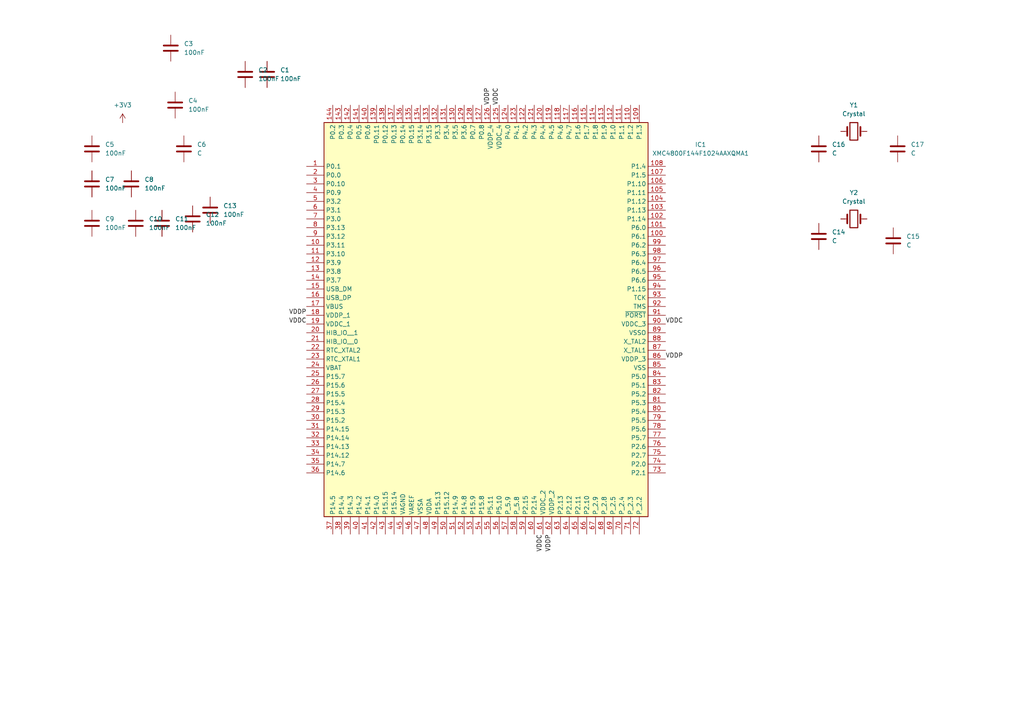
<source format=kicad_sch>
(kicad_sch
	(version 20231120)
	(generator "eeschema")
	(generator_version "8.0")
	(uuid "c176f8b0-1492-47c5-9044-b83fad3bc7f2")
	(paper "A4")
	(lib_symbols
		(symbol "Device:C"
			(pin_numbers hide)
			(pin_names
				(offset 0.254)
			)
			(exclude_from_sim no)
			(in_bom yes)
			(on_board yes)
			(property "Reference" "C"
				(at 0.635 2.54 0)
				(effects
					(font
						(size 1.27 1.27)
					)
					(justify left)
				)
			)
			(property "Value" "C"
				(at 0.635 -2.54 0)
				(effects
					(font
						(size 1.27 1.27)
					)
					(justify left)
				)
			)
			(property "Footprint" ""
				(at 0.9652 -3.81 0)
				(effects
					(font
						(size 1.27 1.27)
					)
					(hide yes)
				)
			)
			(property "Datasheet" "~"
				(at 0 0 0)
				(effects
					(font
						(size 1.27 1.27)
					)
					(hide yes)
				)
			)
			(property "Description" "Unpolarized capacitor"
				(at 0 0 0)
				(effects
					(font
						(size 1.27 1.27)
					)
					(hide yes)
				)
			)
			(property "ki_keywords" "cap capacitor"
				(at 0 0 0)
				(effects
					(font
						(size 1.27 1.27)
					)
					(hide yes)
				)
			)
			(property "ki_fp_filters" "C_*"
				(at 0 0 0)
				(effects
					(font
						(size 1.27 1.27)
					)
					(hide yes)
				)
			)
			(symbol "C_0_1"
				(polyline
					(pts
						(xy -2.032 -0.762) (xy 2.032 -0.762)
					)
					(stroke
						(width 0.508)
						(type default)
					)
					(fill
						(type none)
					)
				)
				(polyline
					(pts
						(xy -2.032 0.762) (xy 2.032 0.762)
					)
					(stroke
						(width 0.508)
						(type default)
					)
					(fill
						(type none)
					)
				)
			)
			(symbol "C_1_1"
				(pin passive line
					(at 0 3.81 270)
					(length 2.794)
					(name "~"
						(effects
							(font
								(size 1.27 1.27)
							)
						)
					)
					(number "1"
						(effects
							(font
								(size 1.27 1.27)
							)
						)
					)
				)
				(pin passive line
					(at 0 -3.81 90)
					(length 2.794)
					(name "~"
						(effects
							(font
								(size 1.27 1.27)
							)
						)
					)
					(number "2"
						(effects
							(font
								(size 1.27 1.27)
							)
						)
					)
				)
			)
		)
		(symbol "Device:Crystal"
			(pin_numbers hide)
			(pin_names
				(offset 1.016) hide)
			(exclude_from_sim no)
			(in_bom yes)
			(on_board yes)
			(property "Reference" "Y"
				(at 0 3.81 0)
				(effects
					(font
						(size 1.27 1.27)
					)
				)
			)
			(property "Value" "Crystal"
				(at 0 -3.81 0)
				(effects
					(font
						(size 1.27 1.27)
					)
				)
			)
			(property "Footprint" ""
				(at 0 0 0)
				(effects
					(font
						(size 1.27 1.27)
					)
					(hide yes)
				)
			)
			(property "Datasheet" "~"
				(at 0 0 0)
				(effects
					(font
						(size 1.27 1.27)
					)
					(hide yes)
				)
			)
			(property "Description" "Two pin crystal"
				(at 0 0 0)
				(effects
					(font
						(size 1.27 1.27)
					)
					(hide yes)
				)
			)
			(property "ki_keywords" "quartz ceramic resonator oscillator"
				(at 0 0 0)
				(effects
					(font
						(size 1.27 1.27)
					)
					(hide yes)
				)
			)
			(property "ki_fp_filters" "Crystal*"
				(at 0 0 0)
				(effects
					(font
						(size 1.27 1.27)
					)
					(hide yes)
				)
			)
			(symbol "Crystal_0_1"
				(rectangle
					(start -1.143 2.54)
					(end 1.143 -2.54)
					(stroke
						(width 0.3048)
						(type default)
					)
					(fill
						(type none)
					)
				)
				(polyline
					(pts
						(xy -2.54 0) (xy -1.905 0)
					)
					(stroke
						(width 0)
						(type default)
					)
					(fill
						(type none)
					)
				)
				(polyline
					(pts
						(xy -1.905 -1.27) (xy -1.905 1.27)
					)
					(stroke
						(width 0.508)
						(type default)
					)
					(fill
						(type none)
					)
				)
				(polyline
					(pts
						(xy 1.905 -1.27) (xy 1.905 1.27)
					)
					(stroke
						(width 0.508)
						(type default)
					)
					(fill
						(type none)
					)
				)
				(polyline
					(pts
						(xy 2.54 0) (xy 1.905 0)
					)
					(stroke
						(width 0)
						(type default)
					)
					(fill
						(type none)
					)
				)
			)
			(symbol "Crystal_1_1"
				(pin passive line
					(at -3.81 0 0)
					(length 1.27)
					(name "1"
						(effects
							(font
								(size 1.27 1.27)
							)
						)
					)
					(number "1"
						(effects
							(font
								(size 1.27 1.27)
							)
						)
					)
				)
				(pin passive line
					(at 3.81 0 180)
					(length 1.27)
					(name "2"
						(effects
							(font
								(size 1.27 1.27)
							)
						)
					)
					(number "2"
						(effects
							(font
								(size 1.27 1.27)
							)
						)
					)
				)
			)
		)
		(symbol "XMC4800F144F1024AAXQMA1:XMC4800F144F1024AAXQMA1"
			(exclude_from_sim no)
			(in_bom yes)
			(on_board yes)
			(property "Reference" "IC"
				(at 100.33 17.78 0)
				(effects
					(font
						(size 1.27 1.27)
					)
					(justify left top)
				)
			)
			(property "Value" "XMC4800F144F1024AAXQMA1"
				(at 100.33 15.24 0)
				(effects
					(font
						(size 1.27 1.27)
					)
					(justify left top)
				)
			)
			(property "Footprint" "QFP50P2200X2200X160-144N"
				(at 100.33 -84.76 0)
				(effects
					(font
						(size 1.27 1.27)
					)
					(justify left top)
					(hide yes)
				)
			)
			(property "Datasheet" "https://www.arrow.com/en/products/xmc4800f144f1024aaxqma1/infineon-technologies-ag"
				(at 100.33 -184.76 0)
				(effects
					(font
						(size 1.27 1.27)
					)
					(justify left top)
					(hide yes)
				)
			)
			(property "Description" "MCU 32-bit ARM Cortex M4 RISC 1MB Flash 3.3V 144-Pin LQFP EP Tray"
				(at 53.848 -36.068 0)
				(effects
					(font
						(size 1.27 1.27)
					)
					(hide yes)
				)
			)
			(property "Height" "1.6"
				(at 100.33 -384.76 0)
				(effects
					(font
						(size 1.27 1.27)
					)
					(justify left top)
					(hide yes)
				)
			)
			(property "Mouser Part Number" "726-4800F144F1024AAX"
				(at 100.33 -484.76 0)
				(effects
					(font
						(size 1.27 1.27)
					)
					(justify left top)
					(hide yes)
				)
			)
			(property "Mouser Price/Stock" "https://www.mouser.co.uk/ProductDetail/Infineon-Technologies/XMC4800F144F1024AAXQMA1?qs=RJIhqtkBntO1rZXITvrlkQ%3D%3D"
				(at 100.33 -584.76 0)
				(effects
					(font
						(size 1.27 1.27)
					)
					(justify left top)
					(hide yes)
				)
			)
			(property "Manufacturer_Name" "Infineon"
				(at 100.33 -684.76 0)
				(effects
					(font
						(size 1.27 1.27)
					)
					(justify left top)
					(hide yes)
				)
			)
			(property "Manufacturer_Part_Number" "XMC4800F144F1024AAXQMA1"
				(at 100.33 -784.76 0)
				(effects
					(font
						(size 1.27 1.27)
					)
					(justify left top)
					(hide yes)
				)
			)
			(symbol "XMC4800F144F1024AAXQMA1_1_1"
				(rectangle
					(start 5.08 12.7)
					(end 99.06 -101.6)
					(stroke
						(width 0.254)
						(type default)
					)
					(fill
						(type background)
					)
				)
				(pin passive line
					(at 0 0 0)
					(length 5.08)
					(name "P0.1"
						(effects
							(font
								(size 1.27 1.27)
							)
						)
					)
					(number "1"
						(effects
							(font
								(size 1.27 1.27)
							)
						)
					)
				)
				(pin passive line
					(at 0 -22.86 0)
					(length 5.08)
					(name "P3.11"
						(effects
							(font
								(size 1.27 1.27)
							)
						)
					)
					(number "10"
						(effects
							(font
								(size 1.27 1.27)
							)
						)
					)
				)
				(pin passive line
					(at 104.14 -20.32 180)
					(length 5.08)
					(name "P6.1"
						(effects
							(font
								(size 1.27 1.27)
							)
						)
					)
					(number "100"
						(effects
							(font
								(size 1.27 1.27)
							)
						)
					)
				)
				(pin passive line
					(at 104.14 -17.78 180)
					(length 5.08)
					(name "P6.0"
						(effects
							(font
								(size 1.27 1.27)
							)
						)
					)
					(number "101"
						(effects
							(font
								(size 1.27 1.27)
							)
						)
					)
				)
				(pin passive line
					(at 104.14 -15.24 180)
					(length 5.08)
					(name "P1.14"
						(effects
							(font
								(size 1.27 1.27)
							)
						)
					)
					(number "102"
						(effects
							(font
								(size 1.27 1.27)
							)
						)
					)
				)
				(pin passive line
					(at 104.14 -12.7 180)
					(length 5.08)
					(name "P1.13"
						(effects
							(font
								(size 1.27 1.27)
							)
						)
					)
					(number "103"
						(effects
							(font
								(size 1.27 1.27)
							)
						)
					)
				)
				(pin passive line
					(at 104.14 -10.16 180)
					(length 5.08)
					(name "P1.12"
						(effects
							(font
								(size 1.27 1.27)
							)
						)
					)
					(number "104"
						(effects
							(font
								(size 1.27 1.27)
							)
						)
					)
				)
				(pin passive line
					(at 104.14 -7.62 180)
					(length 5.08)
					(name "P1.11"
						(effects
							(font
								(size 1.27 1.27)
							)
						)
					)
					(number "105"
						(effects
							(font
								(size 1.27 1.27)
							)
						)
					)
				)
				(pin passive line
					(at 104.14 -5.08 180)
					(length 5.08)
					(name "P1.10"
						(effects
							(font
								(size 1.27 1.27)
							)
						)
					)
					(number "106"
						(effects
							(font
								(size 1.27 1.27)
							)
						)
					)
				)
				(pin passive line
					(at 104.14 -2.54 180)
					(length 5.08)
					(name "P1.5"
						(effects
							(font
								(size 1.27 1.27)
							)
						)
					)
					(number "107"
						(effects
							(font
								(size 1.27 1.27)
							)
						)
					)
				)
				(pin passive line
					(at 104.14 0 180)
					(length 5.08)
					(name "P1.4"
						(effects
							(font
								(size 1.27 1.27)
							)
						)
					)
					(number "108"
						(effects
							(font
								(size 1.27 1.27)
							)
						)
					)
				)
				(pin passive line
					(at 96.52 17.78 270)
					(length 5.08)
					(name "P1.3"
						(effects
							(font
								(size 1.27 1.27)
							)
						)
					)
					(number "109"
						(effects
							(font
								(size 1.27 1.27)
							)
						)
					)
				)
				(pin passive line
					(at 0 -25.4 0)
					(length 5.08)
					(name "P3.10"
						(effects
							(font
								(size 1.27 1.27)
							)
						)
					)
					(number "11"
						(effects
							(font
								(size 1.27 1.27)
							)
						)
					)
				)
				(pin passive line
					(at 93.98 17.78 270)
					(length 5.08)
					(name "P1.2"
						(effects
							(font
								(size 1.27 1.27)
							)
						)
					)
					(number "110"
						(effects
							(font
								(size 1.27 1.27)
							)
						)
					)
				)
				(pin passive line
					(at 91.44 17.78 270)
					(length 5.08)
					(name "P1.1"
						(effects
							(font
								(size 1.27 1.27)
							)
						)
					)
					(number "111"
						(effects
							(font
								(size 1.27 1.27)
							)
						)
					)
				)
				(pin passive line
					(at 88.9 17.78 270)
					(length 5.08)
					(name "P1.0"
						(effects
							(font
								(size 1.27 1.27)
							)
						)
					)
					(number "112"
						(effects
							(font
								(size 1.27 1.27)
							)
						)
					)
				)
				(pin passive line
					(at 86.36 17.78 270)
					(length 5.08)
					(name "P1.9"
						(effects
							(font
								(size 1.27 1.27)
							)
						)
					)
					(number "113"
						(effects
							(font
								(size 1.27 1.27)
							)
						)
					)
				)
				(pin passive line
					(at 83.82 17.78 270)
					(length 5.08)
					(name "P1.8"
						(effects
							(font
								(size 1.27 1.27)
							)
						)
					)
					(number "114"
						(effects
							(font
								(size 1.27 1.27)
							)
						)
					)
				)
				(pin passive line
					(at 81.28 17.78 270)
					(length 5.08)
					(name "P1.7"
						(effects
							(font
								(size 1.27 1.27)
							)
						)
					)
					(number "115"
						(effects
							(font
								(size 1.27 1.27)
							)
						)
					)
				)
				(pin passive line
					(at 78.74 17.78 270)
					(length 5.08)
					(name "P1.6"
						(effects
							(font
								(size 1.27 1.27)
							)
						)
					)
					(number "116"
						(effects
							(font
								(size 1.27 1.27)
							)
						)
					)
				)
				(pin passive line
					(at 76.2 17.78 270)
					(length 5.08)
					(name "P4.7"
						(effects
							(font
								(size 1.27 1.27)
							)
						)
					)
					(number "117"
						(effects
							(font
								(size 1.27 1.27)
							)
						)
					)
				)
				(pin passive line
					(at 73.66 17.78 270)
					(length 5.08)
					(name "P4.6"
						(effects
							(font
								(size 1.27 1.27)
							)
						)
					)
					(number "118"
						(effects
							(font
								(size 1.27 1.27)
							)
						)
					)
				)
				(pin passive line
					(at 71.12 17.78 270)
					(length 5.08)
					(name "P4.5"
						(effects
							(font
								(size 1.27 1.27)
							)
						)
					)
					(number "119"
						(effects
							(font
								(size 1.27 1.27)
							)
						)
					)
				)
				(pin passive line
					(at 0 -27.94 0)
					(length 5.08)
					(name "P3.9"
						(effects
							(font
								(size 1.27 1.27)
							)
						)
					)
					(number "12"
						(effects
							(font
								(size 1.27 1.27)
							)
						)
					)
				)
				(pin passive line
					(at 68.58 17.78 270)
					(length 5.08)
					(name "P4.4"
						(effects
							(font
								(size 1.27 1.27)
							)
						)
					)
					(number "120"
						(effects
							(font
								(size 1.27 1.27)
							)
						)
					)
				)
				(pin passive line
					(at 66.04 17.78 270)
					(length 5.08)
					(name "P4.3"
						(effects
							(font
								(size 1.27 1.27)
							)
						)
					)
					(number "121"
						(effects
							(font
								(size 1.27 1.27)
							)
						)
					)
				)
				(pin passive line
					(at 63.5 17.78 270)
					(length 5.08)
					(name "P4.2"
						(effects
							(font
								(size 1.27 1.27)
							)
						)
					)
					(number "122"
						(effects
							(font
								(size 1.27 1.27)
							)
						)
					)
				)
				(pin passive line
					(at 60.96 17.78 270)
					(length 5.08)
					(name "P4.1"
						(effects
							(font
								(size 1.27 1.27)
							)
						)
					)
					(number "123"
						(effects
							(font
								(size 1.27 1.27)
							)
						)
					)
				)
				(pin passive line
					(at 58.42 17.78 270)
					(length 5.08)
					(name "P4.0"
						(effects
							(font
								(size 1.27 1.27)
							)
						)
					)
					(number "124"
						(effects
							(font
								(size 1.27 1.27)
							)
						)
					)
				)
				(pin passive line
					(at 55.88 17.78 270)
					(length 5.08)
					(name "VDDC_4"
						(effects
							(font
								(size 1.27 1.27)
							)
						)
					)
					(number "125"
						(effects
							(font
								(size 1.27 1.27)
							)
						)
					)
				)
				(pin passive line
					(at 53.34 17.78 270)
					(length 5.08)
					(name "VDDP_4"
						(effects
							(font
								(size 1.27 1.27)
							)
						)
					)
					(number "126"
						(effects
							(font
								(size 1.27 1.27)
							)
						)
					)
				)
				(pin passive line
					(at 50.8 17.78 270)
					(length 5.08)
					(name "P0.8"
						(effects
							(font
								(size 1.27 1.27)
							)
						)
					)
					(number "127"
						(effects
							(font
								(size 1.27 1.27)
							)
						)
					)
				)
				(pin passive line
					(at 48.26 17.78 270)
					(length 5.08)
					(name "P0.7"
						(effects
							(font
								(size 1.27 1.27)
							)
						)
					)
					(number "128"
						(effects
							(font
								(size 1.27 1.27)
							)
						)
					)
				)
				(pin passive line
					(at 45.72 17.78 270)
					(length 5.08)
					(name "P3.6"
						(effects
							(font
								(size 1.27 1.27)
							)
						)
					)
					(number "129"
						(effects
							(font
								(size 1.27 1.27)
							)
						)
					)
				)
				(pin passive line
					(at 0 -30.48 0)
					(length 5.08)
					(name "P3.8"
						(effects
							(font
								(size 1.27 1.27)
							)
						)
					)
					(number "13"
						(effects
							(font
								(size 1.27 1.27)
							)
						)
					)
				)
				(pin passive line
					(at 43.18 17.78 270)
					(length 5.08)
					(name "P3.5"
						(effects
							(font
								(size 1.27 1.27)
							)
						)
					)
					(number "130"
						(effects
							(font
								(size 1.27 1.27)
							)
						)
					)
				)
				(pin passive line
					(at 40.64 17.78 270)
					(length 5.08)
					(name "P3.4"
						(effects
							(font
								(size 1.27 1.27)
							)
						)
					)
					(number "131"
						(effects
							(font
								(size 1.27 1.27)
							)
						)
					)
				)
				(pin passive line
					(at 38.1 17.78 270)
					(length 5.08)
					(name "P3.3"
						(effects
							(font
								(size 1.27 1.27)
							)
						)
					)
					(number "132"
						(effects
							(font
								(size 1.27 1.27)
							)
						)
					)
				)
				(pin passive line
					(at 35.56 17.78 270)
					(length 5.08)
					(name "P3.15"
						(effects
							(font
								(size 1.27 1.27)
							)
						)
					)
					(number "133"
						(effects
							(font
								(size 1.27 1.27)
							)
						)
					)
				)
				(pin passive line
					(at 33.02 17.78 270)
					(length 5.08)
					(name "P3.14"
						(effects
							(font
								(size 1.27 1.27)
							)
						)
					)
					(number "134"
						(effects
							(font
								(size 1.27 1.27)
							)
						)
					)
				)
				(pin passive line
					(at 30.48 17.78 270)
					(length 5.08)
					(name "P0.15"
						(effects
							(font
								(size 1.27 1.27)
							)
						)
					)
					(number "135"
						(effects
							(font
								(size 1.27 1.27)
							)
						)
					)
				)
				(pin passive line
					(at 27.94 17.78 270)
					(length 5.08)
					(name "P0.14"
						(effects
							(font
								(size 1.27 1.27)
							)
						)
					)
					(number "136"
						(effects
							(font
								(size 1.27 1.27)
							)
						)
					)
				)
				(pin passive line
					(at 25.4 17.78 270)
					(length 5.08)
					(name "P0.13"
						(effects
							(font
								(size 1.27 1.27)
							)
						)
					)
					(number "137"
						(effects
							(font
								(size 1.27 1.27)
							)
						)
					)
				)
				(pin passive line
					(at 22.86 17.78 270)
					(length 5.08)
					(name "P0.12"
						(effects
							(font
								(size 1.27 1.27)
							)
						)
					)
					(number "138"
						(effects
							(font
								(size 1.27 1.27)
							)
						)
					)
				)
				(pin passive line
					(at 20.32 17.78 270)
					(length 5.08)
					(name "P0.11"
						(effects
							(font
								(size 1.27 1.27)
							)
						)
					)
					(number "139"
						(effects
							(font
								(size 1.27 1.27)
							)
						)
					)
				)
				(pin passive line
					(at 0 -33.02 0)
					(length 5.08)
					(name "P3.7"
						(effects
							(font
								(size 1.27 1.27)
							)
						)
					)
					(number "14"
						(effects
							(font
								(size 1.27 1.27)
							)
						)
					)
				)
				(pin passive line
					(at 17.78 17.78 270)
					(length 5.08)
					(name "P0.6"
						(effects
							(font
								(size 1.27 1.27)
							)
						)
					)
					(number "140"
						(effects
							(font
								(size 1.27 1.27)
							)
						)
					)
				)
				(pin passive line
					(at 15.24 17.78 270)
					(length 5.08)
					(name "P0.5"
						(effects
							(font
								(size 1.27 1.27)
							)
						)
					)
					(number "141"
						(effects
							(font
								(size 1.27 1.27)
							)
						)
					)
				)
				(pin passive line
					(at 12.7 17.78 270)
					(length 5.08)
					(name "P0.4"
						(effects
							(font
								(size 1.27 1.27)
							)
						)
					)
					(number "142"
						(effects
							(font
								(size 1.27 1.27)
							)
						)
					)
				)
				(pin passive line
					(at 10.16 17.78 270)
					(length 5.08)
					(name "P0.3"
						(effects
							(font
								(size 1.27 1.27)
							)
						)
					)
					(number "143"
						(effects
							(font
								(size 1.27 1.27)
							)
						)
					)
				)
				(pin passive line
					(at 7.62 17.78 270)
					(length 5.08)
					(name "P0.2"
						(effects
							(font
								(size 1.27 1.27)
							)
						)
					)
					(number "144"
						(effects
							(font
								(size 1.27 1.27)
							)
						)
					)
				)
				(pin passive line
					(at 0 -35.56 0)
					(length 5.08)
					(name "USB_DM"
						(effects
							(font
								(size 1.27 1.27)
							)
						)
					)
					(number "15"
						(effects
							(font
								(size 1.27 1.27)
							)
						)
					)
				)
				(pin passive line
					(at 0 -38.1 0)
					(length 5.08)
					(name "USB_DP"
						(effects
							(font
								(size 1.27 1.27)
							)
						)
					)
					(number "16"
						(effects
							(font
								(size 1.27 1.27)
							)
						)
					)
				)
				(pin passive line
					(at 0 -40.64 0)
					(length 5.08)
					(name "VBUS"
						(effects
							(font
								(size 1.27 1.27)
							)
						)
					)
					(number "17"
						(effects
							(font
								(size 1.27 1.27)
							)
						)
					)
				)
				(pin passive line
					(at 0 -43.18 0)
					(length 5.08)
					(name "VDDP_1"
						(effects
							(font
								(size 1.27 1.27)
							)
						)
					)
					(number "18"
						(effects
							(font
								(size 1.27 1.27)
							)
						)
					)
				)
				(pin passive line
					(at 0 -45.72 0)
					(length 5.08)
					(name "VDDC_1"
						(effects
							(font
								(size 1.27 1.27)
							)
						)
					)
					(number "19"
						(effects
							(font
								(size 1.27 1.27)
							)
						)
					)
				)
				(pin passive line
					(at 0 -2.54 0)
					(length 5.08)
					(name "P0.0"
						(effects
							(font
								(size 1.27 1.27)
							)
						)
					)
					(number "2"
						(effects
							(font
								(size 1.27 1.27)
							)
						)
					)
				)
				(pin passive line
					(at 0 -48.26 0)
					(length 5.08)
					(name "HIB_IO__1"
						(effects
							(font
								(size 1.27 1.27)
							)
						)
					)
					(number "20"
						(effects
							(font
								(size 1.27 1.27)
							)
						)
					)
				)
				(pin passive line
					(at 0 -50.8 0)
					(length 5.08)
					(name "HIB_IO__0"
						(effects
							(font
								(size 1.27 1.27)
							)
						)
					)
					(number "21"
						(effects
							(font
								(size 1.27 1.27)
							)
						)
					)
				)
				(pin passive line
					(at 0 -53.34 0)
					(length 5.08)
					(name "RTC_XTAL2"
						(effects
							(font
								(size 1.27 1.27)
							)
						)
					)
					(number "22"
						(effects
							(font
								(size 1.27 1.27)
							)
						)
					)
				)
				(pin passive line
					(at 0 -55.88 0)
					(length 5.08)
					(name "RTC_XTAL1"
						(effects
							(font
								(size 1.27 1.27)
							)
						)
					)
					(number "23"
						(effects
							(font
								(size 1.27 1.27)
							)
						)
					)
				)
				(pin passive line
					(at 0 -58.42 0)
					(length 5.08)
					(name "VBAT"
						(effects
							(font
								(size 1.27 1.27)
							)
						)
					)
					(number "24"
						(effects
							(font
								(size 1.27 1.27)
							)
						)
					)
				)
				(pin passive line
					(at 0 -60.96 0)
					(length 5.08)
					(name "P15.7"
						(effects
							(font
								(size 1.27 1.27)
							)
						)
					)
					(number "25"
						(effects
							(font
								(size 1.27 1.27)
							)
						)
					)
				)
				(pin passive line
					(at 0 -63.5 0)
					(length 5.08)
					(name "P15.6"
						(effects
							(font
								(size 1.27 1.27)
							)
						)
					)
					(number "26"
						(effects
							(font
								(size 1.27 1.27)
							)
						)
					)
				)
				(pin passive line
					(at 0 -66.04 0)
					(length 5.08)
					(name "P15.5"
						(effects
							(font
								(size 1.27 1.27)
							)
						)
					)
					(number "27"
						(effects
							(font
								(size 1.27 1.27)
							)
						)
					)
				)
				(pin passive line
					(at 0 -68.58 0)
					(length 5.08)
					(name "P15.4"
						(effects
							(font
								(size 1.27 1.27)
							)
						)
					)
					(number "28"
						(effects
							(font
								(size 1.27 1.27)
							)
						)
					)
				)
				(pin passive line
					(at 0 -71.12 0)
					(length 5.08)
					(name "P15.3"
						(effects
							(font
								(size 1.27 1.27)
							)
						)
					)
					(number "29"
						(effects
							(font
								(size 1.27 1.27)
							)
						)
					)
				)
				(pin passive line
					(at 0 -5.08 0)
					(length 5.08)
					(name "P0.10"
						(effects
							(font
								(size 1.27 1.27)
							)
						)
					)
					(number "3"
						(effects
							(font
								(size 1.27 1.27)
							)
						)
					)
				)
				(pin passive line
					(at 0 -73.66 0)
					(length 5.08)
					(name "P15.2"
						(effects
							(font
								(size 1.27 1.27)
							)
						)
					)
					(number "30"
						(effects
							(font
								(size 1.27 1.27)
							)
						)
					)
				)
				(pin passive line
					(at 0 -76.2 0)
					(length 5.08)
					(name "P14.15"
						(effects
							(font
								(size 1.27 1.27)
							)
						)
					)
					(number "31"
						(effects
							(font
								(size 1.27 1.27)
							)
						)
					)
				)
				(pin passive line
					(at 0 -78.74 0)
					(length 5.08)
					(name "P14.14"
						(effects
							(font
								(size 1.27 1.27)
							)
						)
					)
					(number "32"
						(effects
							(font
								(size 1.27 1.27)
							)
						)
					)
				)
				(pin passive line
					(at 0 -81.28 0)
					(length 5.08)
					(name "P14.13"
						(effects
							(font
								(size 1.27 1.27)
							)
						)
					)
					(number "33"
						(effects
							(font
								(size 1.27 1.27)
							)
						)
					)
				)
				(pin passive line
					(at 0 -83.82 0)
					(length 5.08)
					(name "P14.12"
						(effects
							(font
								(size 1.27 1.27)
							)
						)
					)
					(number "34"
						(effects
							(font
								(size 1.27 1.27)
							)
						)
					)
				)
				(pin passive line
					(at 0 -86.36 0)
					(length 5.08)
					(name "P14.7"
						(effects
							(font
								(size 1.27 1.27)
							)
						)
					)
					(number "35"
						(effects
							(font
								(size 1.27 1.27)
							)
						)
					)
				)
				(pin passive line
					(at 0 -88.9 0)
					(length 5.08)
					(name "P14.6"
						(effects
							(font
								(size 1.27 1.27)
							)
						)
					)
					(number "36"
						(effects
							(font
								(size 1.27 1.27)
							)
						)
					)
				)
				(pin passive line
					(at 7.62 -106.68 90)
					(length 5.08)
					(name "P14.5"
						(effects
							(font
								(size 1.27 1.27)
							)
						)
					)
					(number "37"
						(effects
							(font
								(size 1.27 1.27)
							)
						)
					)
				)
				(pin passive line
					(at 10.16 -106.68 90)
					(length 5.08)
					(name "P14.4"
						(effects
							(font
								(size 1.27 1.27)
							)
						)
					)
					(number "38"
						(effects
							(font
								(size 1.27 1.27)
							)
						)
					)
				)
				(pin passive line
					(at 12.7 -106.68 90)
					(length 5.08)
					(name "P14.3"
						(effects
							(font
								(size 1.27 1.27)
							)
						)
					)
					(number "39"
						(effects
							(font
								(size 1.27 1.27)
							)
						)
					)
				)
				(pin passive line
					(at 0 -7.62 0)
					(length 5.08)
					(name "P0.9"
						(effects
							(font
								(size 1.27 1.27)
							)
						)
					)
					(number "4"
						(effects
							(font
								(size 1.27 1.27)
							)
						)
					)
				)
				(pin passive line
					(at 15.24 -106.68 90)
					(length 5.08)
					(name "P14.2"
						(effects
							(font
								(size 1.27 1.27)
							)
						)
					)
					(number "40"
						(effects
							(font
								(size 1.27 1.27)
							)
						)
					)
				)
				(pin passive line
					(at 17.78 -106.68 90)
					(length 5.08)
					(name "P14.1"
						(effects
							(font
								(size 1.27 1.27)
							)
						)
					)
					(number "41"
						(effects
							(font
								(size 1.27 1.27)
							)
						)
					)
				)
				(pin passive line
					(at 20.32 -106.68 90)
					(length 5.08)
					(name "P14.0"
						(effects
							(font
								(size 1.27 1.27)
							)
						)
					)
					(number "42"
						(effects
							(font
								(size 1.27 1.27)
							)
						)
					)
				)
				(pin passive line
					(at 22.86 -106.68 90)
					(length 5.08)
					(name "P15.15"
						(effects
							(font
								(size 1.27 1.27)
							)
						)
					)
					(number "43"
						(effects
							(font
								(size 1.27 1.27)
							)
						)
					)
				)
				(pin passive line
					(at 25.4 -106.68 90)
					(length 5.08)
					(name "P15.14"
						(effects
							(font
								(size 1.27 1.27)
							)
						)
					)
					(number "44"
						(effects
							(font
								(size 1.27 1.27)
							)
						)
					)
				)
				(pin passive line
					(at 27.94 -106.68 90)
					(length 5.08)
					(name "VAGND"
						(effects
							(font
								(size 1.27 1.27)
							)
						)
					)
					(number "45"
						(effects
							(font
								(size 1.27 1.27)
							)
						)
					)
				)
				(pin passive line
					(at 30.48 -106.68 90)
					(length 5.08)
					(name "VAREF"
						(effects
							(font
								(size 1.27 1.27)
							)
						)
					)
					(number "46"
						(effects
							(font
								(size 1.27 1.27)
							)
						)
					)
				)
				(pin passive line
					(at 33.02 -106.68 90)
					(length 5.08)
					(name "VSSA"
						(effects
							(font
								(size 1.27 1.27)
							)
						)
					)
					(number "47"
						(effects
							(font
								(size 1.27 1.27)
							)
						)
					)
				)
				(pin passive line
					(at 35.56 -106.68 90)
					(length 5.08)
					(name "VDDA"
						(effects
							(font
								(size 1.27 1.27)
							)
						)
					)
					(number "48"
						(effects
							(font
								(size 1.27 1.27)
							)
						)
					)
				)
				(pin passive line
					(at 38.1 -106.68 90)
					(length 5.08)
					(name "P15.13"
						(effects
							(font
								(size 1.27 1.27)
							)
						)
					)
					(number "49"
						(effects
							(font
								(size 1.27 1.27)
							)
						)
					)
				)
				(pin passive line
					(at 0 -10.16 0)
					(length 5.08)
					(name "P3.2"
						(effects
							(font
								(size 1.27 1.27)
							)
						)
					)
					(number "5"
						(effects
							(font
								(size 1.27 1.27)
							)
						)
					)
				)
				(pin passive line
					(at 40.64 -106.68 90)
					(length 5.08)
					(name "P15.12"
						(effects
							(font
								(size 1.27 1.27)
							)
						)
					)
					(number "50"
						(effects
							(font
								(size 1.27 1.27)
							)
						)
					)
				)
				(pin passive line
					(at 43.18 -106.68 90)
					(length 5.08)
					(name "P14.9"
						(effects
							(font
								(size 1.27 1.27)
							)
						)
					)
					(number "51"
						(effects
							(font
								(size 1.27 1.27)
							)
						)
					)
				)
				(pin passive line
					(at 45.72 -106.68 90)
					(length 5.08)
					(name "P14.8"
						(effects
							(font
								(size 1.27 1.27)
							)
						)
					)
					(number "52"
						(effects
							(font
								(size 1.27 1.27)
							)
						)
					)
				)
				(pin passive line
					(at 48.26 -106.68 90)
					(length 5.08)
					(name "P15.9"
						(effects
							(font
								(size 1.27 1.27)
							)
						)
					)
					(number "53"
						(effects
							(font
								(size 1.27 1.27)
							)
						)
					)
				)
				(pin passive line
					(at 50.8 -106.68 90)
					(length 5.08)
					(name "P15.8"
						(effects
							(font
								(size 1.27 1.27)
							)
						)
					)
					(number "54"
						(effects
							(font
								(size 1.27 1.27)
							)
						)
					)
				)
				(pin passive line
					(at 53.34 -106.68 90)
					(length 5.08)
					(name "P5.11"
						(effects
							(font
								(size 1.27 1.27)
							)
						)
					)
					(number "55"
						(effects
							(font
								(size 1.27 1.27)
							)
						)
					)
				)
				(pin passive line
					(at 55.88 -106.68 90)
					(length 5.08)
					(name "P5.10"
						(effects
							(font
								(size 1.27 1.27)
							)
						)
					)
					(number "56"
						(effects
							(font
								(size 1.27 1.27)
							)
						)
					)
				)
				(pin passive line
					(at 58.42 -106.68 90)
					(length 5.08)
					(name "P_5.9"
						(effects
							(font
								(size 1.27 1.27)
							)
						)
					)
					(number "57"
						(effects
							(font
								(size 1.27 1.27)
							)
						)
					)
				)
				(pin passive line
					(at 60.96 -106.68 90)
					(length 5.08)
					(name "P_5.8"
						(effects
							(font
								(size 1.27 1.27)
							)
						)
					)
					(number "58"
						(effects
							(font
								(size 1.27 1.27)
							)
						)
					)
				)
				(pin passive line
					(at 63.5 -106.68 90)
					(length 5.08)
					(name "P2.15"
						(effects
							(font
								(size 1.27 1.27)
							)
						)
					)
					(number "59"
						(effects
							(font
								(size 1.27 1.27)
							)
						)
					)
				)
				(pin passive line
					(at 0 -12.7 0)
					(length 5.08)
					(name "P3.1"
						(effects
							(font
								(size 1.27 1.27)
							)
						)
					)
					(number "6"
						(effects
							(font
								(size 1.27 1.27)
							)
						)
					)
				)
				(pin passive line
					(at 66.04 -106.68 90)
					(length 5.08)
					(name "P2.14"
						(effects
							(font
								(size 1.27 1.27)
							)
						)
					)
					(number "60"
						(effects
							(font
								(size 1.27 1.27)
							)
						)
					)
				)
				(pin passive line
					(at 68.58 -106.68 90)
					(length 5.08)
					(name "VDDC_2"
						(effects
							(font
								(size 1.27 1.27)
							)
						)
					)
					(number "61"
						(effects
							(font
								(size 1.27 1.27)
							)
						)
					)
				)
				(pin passive line
					(at 71.12 -106.68 90)
					(length 5.08)
					(name "VDDP_2"
						(effects
							(font
								(size 1.27 1.27)
							)
						)
					)
					(number "62"
						(effects
							(font
								(size 1.27 1.27)
							)
						)
					)
				)
				(pin passive line
					(at 73.66 -106.68 90)
					(length 5.08)
					(name "P2.13"
						(effects
							(font
								(size 1.27 1.27)
							)
						)
					)
					(number "63"
						(effects
							(font
								(size 1.27 1.27)
							)
						)
					)
				)
				(pin passive line
					(at 76.2 -106.68 90)
					(length 5.08)
					(name "P2.12"
						(effects
							(font
								(size 1.27 1.27)
							)
						)
					)
					(number "64"
						(effects
							(font
								(size 1.27 1.27)
							)
						)
					)
				)
				(pin passive line
					(at 78.74 -106.68 90)
					(length 5.08)
					(name "P2.11"
						(effects
							(font
								(size 1.27 1.27)
							)
						)
					)
					(number "65"
						(effects
							(font
								(size 1.27 1.27)
							)
						)
					)
				)
				(pin passive line
					(at 81.28 -106.68 90)
					(length 5.08)
					(name "P2.10"
						(effects
							(font
								(size 1.27 1.27)
							)
						)
					)
					(number "66"
						(effects
							(font
								(size 1.27 1.27)
							)
						)
					)
				)
				(pin passive line
					(at 83.82 -106.68 90)
					(length 5.08)
					(name "P_2.9"
						(effects
							(font
								(size 1.27 1.27)
							)
						)
					)
					(number "67"
						(effects
							(font
								(size 1.27 1.27)
							)
						)
					)
				)
				(pin passive line
					(at 86.36 -106.68 90)
					(length 5.08)
					(name "P_2.8"
						(effects
							(font
								(size 1.27 1.27)
							)
						)
					)
					(number "68"
						(effects
							(font
								(size 1.27 1.27)
							)
						)
					)
				)
				(pin passive line
					(at 88.9 -106.68 90)
					(length 5.08)
					(name "P_2.5"
						(effects
							(font
								(size 1.27 1.27)
							)
						)
					)
					(number "69"
						(effects
							(font
								(size 1.27 1.27)
							)
						)
					)
				)
				(pin passive line
					(at 0 -15.24 0)
					(length 5.08)
					(name "P3.0"
						(effects
							(font
								(size 1.27 1.27)
							)
						)
					)
					(number "7"
						(effects
							(font
								(size 1.27 1.27)
							)
						)
					)
				)
				(pin passive line
					(at 91.44 -106.68 90)
					(length 5.08)
					(name "P_2.4"
						(effects
							(font
								(size 1.27 1.27)
							)
						)
					)
					(number "70"
						(effects
							(font
								(size 1.27 1.27)
							)
						)
					)
				)
				(pin passive line
					(at 93.98 -106.68 90)
					(length 5.08)
					(name "P_2.3"
						(effects
							(font
								(size 1.27 1.27)
							)
						)
					)
					(number "71"
						(effects
							(font
								(size 1.27 1.27)
							)
						)
					)
				)
				(pin passive line
					(at 96.52 -106.68 90)
					(length 5.08)
					(name "P_2.2"
						(effects
							(font
								(size 1.27 1.27)
							)
						)
					)
					(number "72"
						(effects
							(font
								(size 1.27 1.27)
							)
						)
					)
				)
				(pin passive line
					(at 104.14 -88.9 180)
					(length 5.08)
					(name "P2.1"
						(effects
							(font
								(size 1.27 1.27)
							)
						)
					)
					(number "73"
						(effects
							(font
								(size 1.27 1.27)
							)
						)
					)
				)
				(pin passive line
					(at 104.14 -86.36 180)
					(length 5.08)
					(name "P2.0"
						(effects
							(font
								(size 1.27 1.27)
							)
						)
					)
					(number "74"
						(effects
							(font
								(size 1.27 1.27)
							)
						)
					)
				)
				(pin passive line
					(at 104.14 -83.82 180)
					(length 5.08)
					(name "P2.7"
						(effects
							(font
								(size 1.27 1.27)
							)
						)
					)
					(number "75"
						(effects
							(font
								(size 1.27 1.27)
							)
						)
					)
				)
				(pin passive line
					(at 104.14 -81.28 180)
					(length 5.08)
					(name "P2.6"
						(effects
							(font
								(size 1.27 1.27)
							)
						)
					)
					(number "76"
						(effects
							(font
								(size 1.27 1.27)
							)
						)
					)
				)
				(pin passive line
					(at 104.14 -78.74 180)
					(length 5.08)
					(name "P5.7"
						(effects
							(font
								(size 1.27 1.27)
							)
						)
					)
					(number "77"
						(effects
							(font
								(size 1.27 1.27)
							)
						)
					)
				)
				(pin passive line
					(at 104.14 -76.2 180)
					(length 5.08)
					(name "P5.6"
						(effects
							(font
								(size 1.27 1.27)
							)
						)
					)
					(number "78"
						(effects
							(font
								(size 1.27 1.27)
							)
						)
					)
				)
				(pin passive line
					(at 104.14 -73.66 180)
					(length 5.08)
					(name "P5.5"
						(effects
							(font
								(size 1.27 1.27)
							)
						)
					)
					(number "79"
						(effects
							(font
								(size 1.27 1.27)
							)
						)
					)
				)
				(pin passive line
					(at 0 -17.78 0)
					(length 5.08)
					(name "P3.13"
						(effects
							(font
								(size 1.27 1.27)
							)
						)
					)
					(number "8"
						(effects
							(font
								(size 1.27 1.27)
							)
						)
					)
				)
				(pin passive line
					(at 104.14 -71.12 180)
					(length 5.08)
					(name "P5.4"
						(effects
							(font
								(size 1.27 1.27)
							)
						)
					)
					(number "80"
						(effects
							(font
								(size 1.27 1.27)
							)
						)
					)
				)
				(pin passive line
					(at 104.14 -68.58 180)
					(length 5.08)
					(name "P5.3"
						(effects
							(font
								(size 1.27 1.27)
							)
						)
					)
					(number "81"
						(effects
							(font
								(size 1.27 1.27)
							)
						)
					)
				)
				(pin passive line
					(at 104.14 -66.04 180)
					(length 5.08)
					(name "P5.2"
						(effects
							(font
								(size 1.27 1.27)
							)
						)
					)
					(number "82"
						(effects
							(font
								(size 1.27 1.27)
							)
						)
					)
				)
				(pin passive line
					(at 104.14 -63.5 180)
					(length 5.08)
					(name "P5.1"
						(effects
							(font
								(size 1.27 1.27)
							)
						)
					)
					(number "83"
						(effects
							(font
								(size 1.27 1.27)
							)
						)
					)
				)
				(pin passive line
					(at 104.14 -60.96 180)
					(length 5.08)
					(name "P5.0"
						(effects
							(font
								(size 1.27 1.27)
							)
						)
					)
					(number "84"
						(effects
							(font
								(size 1.27 1.27)
							)
						)
					)
				)
				(pin passive line
					(at 104.14 -58.42 180)
					(length 5.08)
					(name "VSS"
						(effects
							(font
								(size 1.27 1.27)
							)
						)
					)
					(number "85"
						(effects
							(font
								(size 1.27 1.27)
							)
						)
					)
				)
				(pin passive line
					(at 104.14 -55.88 180)
					(length 5.08)
					(name "VDDP_3"
						(effects
							(font
								(size 1.27 1.27)
							)
						)
					)
					(number "86"
						(effects
							(font
								(size 1.27 1.27)
							)
						)
					)
				)
				(pin passive line
					(at 104.14 -53.34 180)
					(length 5.08)
					(name "X_TAL1"
						(effects
							(font
								(size 1.27 1.27)
							)
						)
					)
					(number "87"
						(effects
							(font
								(size 1.27 1.27)
							)
						)
					)
				)
				(pin passive line
					(at 104.14 -50.8 180)
					(length 5.08)
					(name "X_TAL2"
						(effects
							(font
								(size 1.27 1.27)
							)
						)
					)
					(number "88"
						(effects
							(font
								(size 1.27 1.27)
							)
						)
					)
				)
				(pin passive line
					(at 104.14 -48.26 180)
					(length 5.08)
					(name "VSSO"
						(effects
							(font
								(size 1.27 1.27)
							)
						)
					)
					(number "89"
						(effects
							(font
								(size 1.27 1.27)
							)
						)
					)
				)
				(pin passive line
					(at 0 -20.32 0)
					(length 5.08)
					(name "P3.12"
						(effects
							(font
								(size 1.27 1.27)
							)
						)
					)
					(number "9"
						(effects
							(font
								(size 1.27 1.27)
							)
						)
					)
				)
				(pin passive line
					(at 104.14 -45.72 180)
					(length 5.08)
					(name "VDDC_3"
						(effects
							(font
								(size 1.27 1.27)
							)
						)
					)
					(number "90"
						(effects
							(font
								(size 1.27 1.27)
							)
						)
					)
				)
				(pin passive line
					(at 104.14 -43.18 180)
					(length 5.08)
					(name "~{PORST}"
						(effects
							(font
								(size 1.27 1.27)
							)
						)
					)
					(number "91"
						(effects
							(font
								(size 1.27 1.27)
							)
						)
					)
				)
				(pin passive line
					(at 104.14 -40.64 180)
					(length 5.08)
					(name "TMS"
						(effects
							(font
								(size 1.27 1.27)
							)
						)
					)
					(number "92"
						(effects
							(font
								(size 1.27 1.27)
							)
						)
					)
				)
				(pin passive line
					(at 104.14 -38.1 180)
					(length 5.08)
					(name "TCK"
						(effects
							(font
								(size 1.27 1.27)
							)
						)
					)
					(number "93"
						(effects
							(font
								(size 1.27 1.27)
							)
						)
					)
				)
				(pin passive line
					(at 104.14 -35.56 180)
					(length 5.08)
					(name "P1.15"
						(effects
							(font
								(size 1.27 1.27)
							)
						)
					)
					(number "94"
						(effects
							(font
								(size 1.27 1.27)
							)
						)
					)
				)
				(pin passive line
					(at 104.14 -33.02 180)
					(length 5.08)
					(name "P6.6"
						(effects
							(font
								(size 1.27 1.27)
							)
						)
					)
					(number "95"
						(effects
							(font
								(size 1.27 1.27)
							)
						)
					)
				)
				(pin passive line
					(at 104.14 -30.48 180)
					(length 5.08)
					(name "P6.5"
						(effects
							(font
								(size 1.27 1.27)
							)
						)
					)
					(number "96"
						(effects
							(font
								(size 1.27 1.27)
							)
						)
					)
				)
				(pin passive line
					(at 104.14 -27.94 180)
					(length 5.08)
					(name "P6.4"
						(effects
							(font
								(size 1.27 1.27)
							)
						)
					)
					(number "97"
						(effects
							(font
								(size 1.27 1.27)
							)
						)
					)
				)
				(pin passive line
					(at 104.14 -25.4 180)
					(length 5.08)
					(name "P6.3"
						(effects
							(font
								(size 1.27 1.27)
							)
						)
					)
					(number "98"
						(effects
							(font
								(size 1.27 1.27)
							)
						)
					)
				)
				(pin passive line
					(at 104.14 -22.86 180)
					(length 5.08)
					(name "P6.2"
						(effects
							(font
								(size 1.27 1.27)
							)
						)
					)
					(number "99"
						(effects
							(font
								(size 1.27 1.27)
							)
						)
					)
				)
			)
		)
		(symbol "power:+3V3"
			(power)
			(pin_numbers hide)
			(pin_names
				(offset 0) hide)
			(exclude_from_sim no)
			(in_bom yes)
			(on_board yes)
			(property "Reference" "#PWR"
				(at 0 -3.81 0)
				(effects
					(font
						(size 1.27 1.27)
					)
					(hide yes)
				)
			)
			(property "Value" "+3V3"
				(at 0 3.556 0)
				(effects
					(font
						(size 1.27 1.27)
					)
				)
			)
			(property "Footprint" ""
				(at 0 0 0)
				(effects
					(font
						(size 1.27 1.27)
					)
					(hide yes)
				)
			)
			(property "Datasheet" ""
				(at 0 0 0)
				(effects
					(font
						(size 1.27 1.27)
					)
					(hide yes)
				)
			)
			(property "Description" "Power symbol creates a global label with name \"+3V3\""
				(at 0 0 0)
				(effects
					(font
						(size 1.27 1.27)
					)
					(hide yes)
				)
			)
			(property "ki_keywords" "global power"
				(at 0 0 0)
				(effects
					(font
						(size 1.27 1.27)
					)
					(hide yes)
				)
			)
			(symbol "+3V3_0_1"
				(polyline
					(pts
						(xy -0.762 1.27) (xy 0 2.54)
					)
					(stroke
						(width 0)
						(type default)
					)
					(fill
						(type none)
					)
				)
				(polyline
					(pts
						(xy 0 0) (xy 0 2.54)
					)
					(stroke
						(width 0)
						(type default)
					)
					(fill
						(type none)
					)
				)
				(polyline
					(pts
						(xy 0 2.54) (xy 0.762 1.27)
					)
					(stroke
						(width 0)
						(type default)
					)
					(fill
						(type none)
					)
				)
			)
			(symbol "+3V3_1_1"
				(pin power_in line
					(at 0 0 90)
					(length 0)
					(name "~"
						(effects
							(font
								(size 1.27 1.27)
							)
						)
					)
					(number "1"
						(effects
							(font
								(size 1.27 1.27)
							)
						)
					)
				)
			)
		)
	)
	(label "VDDP"
		(at 160.02 154.94 270)
		(fields_autoplaced yes)
		(effects
			(font
				(size 1.27 1.27)
			)
			(justify right bottom)
		)
		(uuid "147f098d-da86-484a-8ca1-590360c53a7e")
	)
	(label "VDDP"
		(at 88.9 91.44 180)
		(fields_autoplaced yes)
		(effects
			(font
				(size 1.27 1.27)
			)
			(justify right bottom)
		)
		(uuid "2ed66334-c974-4ee0-b09e-6fca234d8bb2")
	)
	(label "VDDP"
		(at 193.04 104.14 0)
		(fields_autoplaced yes)
		(effects
			(font
				(size 1.27 1.27)
			)
			(justify left bottom)
		)
		(uuid "3b5f3240-361b-43f5-b62b-f3bb21c95291")
	)
	(label "VDDC"
		(at 157.48 154.94 270)
		(fields_autoplaced yes)
		(effects
			(font
				(size 1.27 1.27)
			)
			(justify right bottom)
		)
		(uuid "4ee6dfd2-603c-4254-a2fa-0e768fd865b8")
	)
	(label "VDDP"
		(at 142.24 30.48 90)
		(fields_autoplaced yes)
		(effects
			(font
				(size 1.27 1.27)
			)
			(justify left bottom)
		)
		(uuid "5f7ca14f-10a1-4443-9a8c-f7d44cb45750")
	)
	(label "VDDC"
		(at 144.78 30.48 90)
		(fields_autoplaced yes)
		(effects
			(font
				(size 1.27 1.27)
			)
			(justify left bottom)
		)
		(uuid "68ec9935-ab39-4ffe-991f-2fbcf259863f")
	)
	(label "VDDC"
		(at 193.04 93.98 0)
		(fields_autoplaced yes)
		(effects
			(font
				(size 1.27 1.27)
			)
			(justify left bottom)
		)
		(uuid "9f06bdbe-2eb1-41d7-8b8a-2c329c69fa2e")
	)
	(label "VDDC"
		(at 88.9 93.98 180)
		(fields_autoplaced yes)
		(effects
			(font
				(size 1.27 1.27)
			)
			(justify right bottom)
		)
		(uuid "f026204b-62aa-4e29-a873-ed7e6b4dadda")
	)
	(symbol
		(lib_id "Device:C")
		(at 46.99 64.77 0)
		(unit 1)
		(exclude_from_sim no)
		(in_bom yes)
		(on_board yes)
		(dnp no)
		(fields_autoplaced yes)
		(uuid "03d691ef-8df7-4b43-bd67-f96e05bdd782")
		(property "Reference" "C11"
			(at 50.8 63.4999 0)
			(effects
				(font
					(size 1.27 1.27)
				)
				(justify left)
			)
		)
		(property "Value" "100nF"
			(at 50.8 66.0399 0)
			(effects
				(font
					(size 1.27 1.27)
				)
				(justify left)
			)
		)
		(property "Footprint" ""
			(at 47.9552 68.58 0)
			(effects
				(font
					(size 1.27 1.27)
				)
				(hide yes)
			)
		)
		(property "Datasheet" "~"
			(at 46.99 64.77 0)
			(effects
				(font
					(size 1.27 1.27)
				)
				(hide yes)
			)
		)
		(property "Description" "Unpolarized capacitor"
			(at 46.99 64.77 0)
			(effects
				(font
					(size 1.27 1.27)
				)
				(hide yes)
			)
		)
		(property "Field5" ""
			(at 46.99 64.77 0)
			(effects
				(font
					(size 1.27 1.27)
				)
				(hide yes)
			)
		)
		(pin "1"
			(uuid "2655509f-9449-4118-b25a-9aa072f12a2e")
		)
		(pin "2"
			(uuid "1c1b17af-eb89-4e49-b98a-18cc834f49de")
		)
		(instances
			(project "InfineonController"
				(path "/2839c20d-692b-4008-a2e4-75524635838c/e583a992-1935-4344-88bc-f460cb9b2c02"
					(reference "C11")
					(unit 1)
				)
			)
		)
	)
	(symbol
		(lib_id "XMC4800F144F1024AAXQMA1:XMC4800F144F1024AAXQMA1")
		(at 88.9 48.26 0)
		(unit 1)
		(exclude_from_sim no)
		(in_bom yes)
		(on_board yes)
		(dnp no)
		(fields_autoplaced yes)
		(uuid "0412ded8-ef89-489d-8991-12ba70931589")
		(property "Reference" "IC1"
			(at 203.2 41.9414 0)
			(effects
				(font
					(size 1.27 1.27)
				)
			)
		)
		(property "Value" "XMC4800F144F1024AAXQMA1"
			(at 203.2 44.4814 0)
			(effects
				(font
					(size 1.27 1.27)
				)
			)
		)
		(property "Footprint" "QFP50P2200X2200X160-144N"
			(at 189.23 133.02 0)
			(effects
				(font
					(size 1.27 1.27)
				)
				(justify left top)
				(hide yes)
			)
		)
		(property "Datasheet" "https://www.arrow.com/en/products/xmc4800f144f1024aaxqma1/infineon-technologies-ag"
			(at 189.23 233.02 0)
			(effects
				(font
					(size 1.27 1.27)
				)
				(justify left top)
				(hide yes)
			)
		)
		(property "Description" "MCU 32-bit ARM Cortex M4 RISC 1MB Flash 3.3V 144-Pin LQFP EP Tray"
			(at 142.748 84.328 0)
			(effects
				(font
					(size 1.27 1.27)
				)
				(hide yes)
			)
		)
		(property "Height" "1.6"
			(at 189.23 433.02 0)
			(effects
				(font
					(size 1.27 1.27)
				)
				(justify left top)
				(hide yes)
			)
		)
		(property "Mouser Part Number" "726-4800F144F1024AAX"
			(at 189.23 533.02 0)
			(effects
				(font
					(size 1.27 1.27)
				)
				(justify left top)
				(hide yes)
			)
		)
		(property "Mouser Price/Stock" "https://www.mouser.co.uk/ProductDetail/Infineon-Technologies/XMC4800F144F1024AAXQMA1?qs=RJIhqtkBntO1rZXITvrlkQ%3D%3D"
			(at 189.23 633.02 0)
			(effects
				(font
					(size 1.27 1.27)
				)
				(justify left top)
				(hide yes)
			)
		)
		(property "Manufacturer_Name" "Infineon"
			(at 189.23 733.02 0)
			(effects
				(font
					(size 1.27 1.27)
				)
				(justify left top)
				(hide yes)
			)
		)
		(property "Manufacturer_Part_Number" "XMC4800F144F1024AAXQMA1"
			(at 189.23 833.02 0)
			(effects
				(font
					(size 1.27 1.27)
				)
				(justify left top)
				(hide yes)
			)
		)
		(pin "143"
			(uuid "c6947ef8-8d9e-4e3d-b53d-8fb8273e0157")
		)
		(pin "17"
			(uuid "b1565ffa-2062-4d36-afc4-b1ba168f794f")
		)
		(pin "21"
			(uuid "78f7595c-2c49-43ca-9f09-e0395798d977")
		)
		(pin "22"
			(uuid "c1faed77-04ce-4413-8ce1-e1e753839691")
		)
		(pin "106"
			(uuid "2435d67b-07a0-4ebf-978a-815cf5991c15")
		)
		(pin "110"
			(uuid "ba24e0bd-5c90-45d3-9a19-5a5cbb84baf9")
		)
		(pin "131"
			(uuid "693e0f66-921d-4a72-a905-7a0630a59061")
		)
		(pin "134"
			(uuid "04faa4bf-c2ea-4526-ab2f-a2f5068641f0")
		)
		(pin "109"
			(uuid "07d7b609-608a-485c-9f66-fcb1916af4bf")
		)
		(pin "14"
			(uuid "5f2df2fc-9ee6-4c9c-bd47-c0ffb397fb6e")
		)
		(pin "101"
			(uuid "8dd95fd4-4729-4916-909f-61a02b3eab62")
		)
		(pin "120"
			(uuid "324889c3-119d-4bb7-9541-1135804a0a13")
		)
		(pin "115"
			(uuid "31b0127f-7424-4cba-a525-2332cdaa95ba")
		)
		(pin "13"
			(uuid "3f0be1d9-56ac-4752-ab92-47c9c5acd6b1")
		)
		(pin "144"
			(uuid "fa080a8b-65aa-4b18-b874-e77c67f761b1")
		)
		(pin "105"
			(uuid "a15fc067-7796-4a58-a0f7-b6d33551417e")
		)
		(pin "142"
			(uuid "008b4caf-ecf3-4cd4-befd-d0ed1110832d")
		)
		(pin "23"
			(uuid "1be3d9d1-a1d7-4cbe-8560-465180b8536b")
		)
		(pin "11"
			(uuid "cd204521-a0d9-42fa-b9ad-c7c7ba710973")
		)
		(pin "117"
			(uuid "580f33d9-ef29-4242-ba2e-ec24309aecaf")
		)
		(pin "125"
			(uuid "3cea74e0-05ae-46dd-ada5-9cf17ee33819")
		)
		(pin "135"
			(uuid "0bddc5d0-3360-48b1-8213-a938b85d219c")
		)
		(pin "12"
			(uuid "53ac2a0d-9ff0-4720-ac45-f782251c9c86")
		)
		(pin "136"
			(uuid "fdb31a4f-7572-4818-826f-dbb1e45a79bc")
		)
		(pin "140"
			(uuid "7313cfed-05c0-4d67-8b6a-d54f41346c47")
		)
		(pin "1"
			(uuid "e1f90f45-1467-4ae7-a46b-87bd4a6dc2ed")
		)
		(pin "15"
			(uuid "5d584c8e-6517-4a52-905d-64a18ddf7109")
		)
		(pin "122"
			(uuid "f8f28367-3ded-4c15-a03b-deb48eaf632d")
		)
		(pin "132"
			(uuid "bacfb5a0-1aa7-4ec4-960e-d6ef578e741c")
		)
		(pin "24"
			(uuid "82298f3b-1f34-444e-8443-1cbd30a48842")
		)
		(pin "25"
			(uuid "d11f47ec-2173-492f-ac64-da02ff34f4ac")
		)
		(pin "104"
			(uuid "8cab7e31-fd64-4db7-8434-ac7a3a2ce31d")
		)
		(pin "112"
			(uuid "ec423de1-884c-42f8-9c20-5c52cfd0bab1")
		)
		(pin "113"
			(uuid "169e08c1-5f6f-45ec-8b0d-3169848b5233")
		)
		(pin "114"
			(uuid "d47437f5-777f-4932-9183-2312ba5cfbb2")
		)
		(pin "124"
			(uuid "514eee84-52aa-4979-95a8-5680fcb64ce1")
		)
		(pin "119"
			(uuid "c68d7919-7b29-48d7-88e7-71a7db963b6a")
		)
		(pin "126"
			(uuid "8c113a50-30de-403e-be1c-2437dd3d797c")
		)
		(pin "137"
			(uuid "7357114c-2c83-4213-9329-d104d636d0cb")
		)
		(pin "133"
			(uuid "40c5ac3e-81de-42c5-9841-d5f9267a7cb7")
		)
		(pin "138"
			(uuid "1504be55-7629-4e04-ace6-c829d25538f2")
		)
		(pin "130"
			(uuid "cdeff8f3-dea7-4f86-ab8a-3653017e6613")
		)
		(pin "103"
			(uuid "dfa4a128-117e-440d-8d16-b6df39cd0fb7")
		)
		(pin "108"
			(uuid "08c87a47-8120-4aef-943e-ff940787a348")
		)
		(pin "118"
			(uuid "8c035d8f-42fd-4858-ae18-9d02cc4d3993")
		)
		(pin "111"
			(uuid "e1db306c-e5c8-4f9c-aed1-cc785a36395e")
		)
		(pin "121"
			(uuid "48737e8a-2055-439b-b099-57575d5ad4b4")
		)
		(pin "128"
			(uuid "a2dfa639-25d9-4170-bc5d-7ab0037534aa")
		)
		(pin "129"
			(uuid "f586ba49-6898-4f1c-a466-e00597096118")
		)
		(pin "141"
			(uuid "9124234d-d84a-4193-ad64-95eef67b509d")
		)
		(pin "139"
			(uuid "1cbd3ecc-6185-493c-8892-5c3f5bbb29c8")
		)
		(pin "16"
			(uuid "5ccf34ee-bdf7-435f-9725-5c1437ab2172")
		)
		(pin "18"
			(uuid "8e126619-c5b3-4209-83c4-97b5ba7dd086")
		)
		(pin "19"
			(uuid "9e6769b3-089a-47e0-bda4-9918d5f1c6ca")
		)
		(pin "10"
			(uuid "f83d227c-bcf3-4313-9f5b-09e6a2629bd6")
		)
		(pin "2"
			(uuid "449092a7-921d-4c87-9899-50abe4d1e690")
		)
		(pin "20"
			(uuid "4bfcb9f1-d723-417a-8645-72d3628b8841")
		)
		(pin "107"
			(uuid "9ecd8ca6-016a-4328-88b6-b86d98cd6c55")
		)
		(pin "127"
			(uuid "7bec0575-1320-4043-9a4e-485be0b5b9be")
		)
		(pin "100"
			(uuid "894ee5ae-94ab-4437-8719-dfe06b7437ce")
		)
		(pin "102"
			(uuid "147bf988-ebf5-4aa8-8be6-978fcaa75b66")
		)
		(pin "116"
			(uuid "652a1c62-96d7-4d5f-89f5-0169fe34c0f5")
		)
		(pin "123"
			(uuid "13fef725-c335-40ef-aec6-3a95ee9a2517")
		)
		(pin "40"
			(uuid "cd6f3657-23d5-4295-a0d6-eb19b90dbe31")
		)
		(pin "41"
			(uuid "efc42ca5-cb68-4a72-948c-8636f42b8530")
		)
		(pin "29"
			(uuid "3ac59368-de87-418f-9f84-271d42c10574")
		)
		(pin "64"
			(uuid "ca1dfb35-d184-4770-9622-85ab38753118")
		)
		(pin "46"
			(uuid "5806e911-fecc-4551-b011-b8469480d8cd")
		)
		(pin "67"
			(uuid "dfdf1f4a-e981-461e-b92d-8909ce5c43c1")
		)
		(pin "51"
			(uuid "10495dad-c05d-4fc5-8b38-2217d52561fe")
		)
		(pin "55"
			(uuid "2cdcb21a-4251-4fa6-a614-26d89f90d4dd")
		)
		(pin "33"
			(uuid "fd3be195-3dd7-4e0b-a150-9dbe4c11a088")
		)
		(pin "73"
			(uuid "aec14a0f-c493-479f-9365-1bbab7a293fe")
		)
		(pin "75"
			(uuid "23251f79-74a4-46f5-a06f-5cf6332a0f03")
		)
		(pin "61"
			(uuid "fcbe61ac-1282-434b-a878-fbd663c45850")
		)
		(pin "69"
			(uuid "58169a5b-cfb8-4768-9c25-abd9d4c1781c")
		)
		(pin "77"
			(uuid "f86ba999-eded-4fd8-814d-24638bd3feff")
		)
		(pin "81"
			(uuid "a86714d9-6410-4836-9e1d-babc50859e43")
		)
		(pin "45"
			(uuid "4ca0c8d5-d62f-4838-9a77-1364d3394cd6")
		)
		(pin "48"
			(uuid "22d65511-9377-435e-b57e-a7974d4d4c40")
		)
		(pin "72"
			(uuid "ac5bbc62-9aa6-495d-b489-55f3cf6b15c8")
		)
		(pin "3"
			(uuid "abc8d6ff-8a2a-4874-b157-1d94f15f3668")
		)
		(pin "49"
			(uuid "18f02a99-73de-49ef-b88d-275902fe03f3")
		)
		(pin "57"
			(uuid "32694475-1945-4d10-a4bc-790eb59ede97")
		)
		(pin "58"
			(uuid "67c3d0f8-d74b-46ec-bc1e-d35c0f840a4e")
		)
		(pin "38"
			(uuid "8a4022fe-7fb3-4988-89cf-6ac81905135f")
		)
		(pin "34"
			(uuid "c9991ef9-352b-4d59-926e-1efd4b96f721")
		)
		(pin "60"
			(uuid "8882034c-0831-4166-9327-768266dea2c6")
		)
		(pin "36"
			(uuid "cad361f7-27ef-4850-9e11-1e0f0f2048d2")
		)
		(pin "66"
			(uuid "b167184c-e367-41c2-b2e2-0fcaf2e9b9fa")
		)
		(pin "44"
			(uuid "349ffc34-9795-47a8-8a87-e677660f8cf8")
		)
		(pin "28"
			(uuid "99a5b51c-e19e-4644-a2f5-606bd906b74c")
		)
		(pin "5"
			(uuid "2a497522-a945-4d09-99d3-5df1ead471c7")
		)
		(pin "37"
			(uuid "a4b73687-d39c-4854-b6c7-a258e3a43036")
		)
		(pin "56"
			(uuid "4afe6037-6b7b-4b49-9786-6e70d61d935f")
		)
		(pin "63"
			(uuid "b44df24a-b154-4c75-a49e-7fb8b1eef519")
		)
		(pin "53"
			(uuid "224e659f-3c03-4484-b211-0ea05be79760")
		)
		(pin "4"
			(uuid "293592ea-cbfb-4192-939c-a08f52eef47e")
		)
		(pin "54"
			(uuid "c13ed8d5-04fc-468c-8946-e5c44c2bdc6f")
		)
		(pin "65"
			(uuid "9b5b272f-0c1e-4ae9-9fd1-255e94fdbbd4")
		)
		(pin "6"
			(uuid "c439ee65-88d4-4c71-830b-44aa74c9eb64")
		)
		(pin "7"
			(uuid "3133b5f7-0a0a-4888-8326-ca1bf328d57a")
		)
		(pin "31"
			(uuid "83fb4bc8-28eb-45ce-a350-082047c2df22")
		)
		(pin "42"
			(uuid "d8aaad30-615a-4370-acc1-0f74f63aafa6")
		)
		(pin "71"
			(uuid "8d2df4da-7d70-4df3-97d3-62895599a639")
		)
		(pin "78"
			(uuid "4da8d903-bf28-4421-b9cc-985bc8dbbff4")
		)
		(pin "50"
			(uuid "97bc6f13-c405-400b-8bdb-505d57fa16d0")
		)
		(pin "26"
			(uuid "849b0dc5-f709-4c64-97be-7e6dc6acb0ec")
		)
		(pin "59"
			(uuid "dd889cf4-1005-44ac-ba13-2b8085e7e815")
		)
		(pin "52"
			(uuid "e141a0c6-9591-4819-96ef-b9f7e6761c33")
		)
		(pin "62"
			(uuid "9e273ab4-b73d-47dd-a533-a61a086c94b3")
		)
		(pin "68"
			(uuid "d1d6b31d-2795-4728-846a-8929272d5991")
		)
		(pin "79"
			(uuid "158db319-6c64-40dd-bc55-3b501dfad175")
		)
		(pin "70"
			(uuid "22c3390c-6b56-4e6f-a8f4-0b2f36a76d41")
		)
		(pin "8"
			(uuid "4aeca444-8bc0-46fa-aaf9-e35a2560a8e6")
		)
		(pin "27"
			(uuid "c0f6d73c-09a0-40b1-bd27-be49eb0ddb9f")
		)
		(pin "80"
			(uuid "c99de7a1-bac2-449f-9108-ea4c877d4967")
		)
		(pin "82"
			(uuid "8ce86dbd-709d-407e-b403-403f417cb224")
		)
		(pin "83"
			(uuid "82b676d8-73a8-4a4c-86b8-68a54e6ac4a5")
		)
		(pin "43"
			(uuid "11502866-ee0c-4b41-95a9-7df31c8511de")
		)
		(pin "76"
			(uuid "ec93696a-8c18-4125-a043-66ca3e8e0fab")
		)
		(pin "47"
			(uuid "04620868-f7f5-4ef0-bae8-db85cd07c209")
		)
		(pin "74"
			(uuid "85429bbd-e74c-4971-b390-66a7e02f41f0")
		)
		(pin "30"
			(uuid "2552d8d0-7a1e-426c-8f77-c4a7f041c901")
		)
		(pin "32"
			(uuid "8ea9fe03-2365-4b7e-8ca4-25f20f5ad210")
		)
		(pin "35"
			(uuid "c8f84910-c0bf-4c62-ad69-a823cd989ef8")
		)
		(pin "39"
			(uuid "a1429405-798e-4203-b0be-c39553d29f7e")
		)
		(pin "86"
			(uuid "aaf48b30-14d7-4049-939d-cf86fd26e5f9")
		)
		(pin "84"
			(uuid "3c75dd81-7eba-4761-ae50-7750994e601b")
		)
		(pin "87"
			(uuid "d5e57dde-5c5b-4fa6-8454-0cd9ef451768")
		)
		(pin "93"
			(uuid "09220b3b-d82e-4c08-9a38-e138a8dfa43e")
		)
		(pin "9"
			(uuid "61a27945-6b51-47a8-b941-529901ddb6d0")
		)
		(pin "98"
			(uuid "5eb90b1e-be5c-418f-879c-1324fdb13902")
		)
		(pin "91"
			(uuid "300fa0d1-f22c-4a88-97e3-4790f0a2dabf")
		)
		(pin "88"
			(uuid "71bf0b8e-321d-4e59-8522-e83fec7375f1")
		)
		(pin "94"
			(uuid "d15d0a63-8624-4d16-afb3-8184460295d9")
		)
		(pin "92"
			(uuid "848078bc-0f4a-4aa6-b95f-c3ceefc9d898")
		)
		(pin "96"
			(uuid "1c7e726f-5404-4dc2-9a21-5e6ba4ffa924")
		)
		(pin "99"
			(uuid "734b8c8d-fc5e-4e24-97d5-2e78a2a0ece9")
		)
		(pin "90"
			(uuid "38060a6d-5b4b-4bbf-bc7c-6da869f3555c")
		)
		(pin "97"
			(uuid "7c4d4a4a-902d-4c05-a89b-a1c0d16a201f")
		)
		(pin "95"
			(uuid "52b60aa8-0674-4d61-bffd-f64982452518")
		)
		(pin "85"
			(uuid "f6344182-8944-477c-ab03-ce75ac02cfc1")
		)
		(pin "89"
			(uuid "faf7a092-198e-40fe-811d-ad55c2e217d4")
		)
		(instances
			(project ""
				(path "/2839c20d-692b-4008-a2e4-75524635838c/e583a992-1935-4344-88bc-f460cb9b2c02"
					(reference "IC1")
					(unit 1)
				)
			)
		)
	)
	(symbol
		(lib_id "Device:C")
		(at 60.96 60.96 0)
		(unit 1)
		(exclude_from_sim no)
		(in_bom yes)
		(on_board yes)
		(dnp no)
		(fields_autoplaced yes)
		(uuid "2163c3e3-574e-4e2c-abe9-39c326cc36ce")
		(property "Reference" "C13"
			(at 64.77 59.6899 0)
			(effects
				(font
					(size 1.27 1.27)
				)
				(justify left)
			)
		)
		(property "Value" "100nF"
			(at 64.77 62.2299 0)
			(effects
				(font
					(size 1.27 1.27)
				)
				(justify left)
			)
		)
		(property "Footprint" ""
			(at 61.9252 64.77 0)
			(effects
				(font
					(size 1.27 1.27)
				)
				(hide yes)
			)
		)
		(property "Datasheet" "~"
			(at 60.96 60.96 0)
			(effects
				(font
					(size 1.27 1.27)
				)
				(hide yes)
			)
		)
		(property "Description" "Unpolarized capacitor"
			(at 60.96 60.96 0)
			(effects
				(font
					(size 1.27 1.27)
				)
				(hide yes)
			)
		)
		(property "Field5" ""
			(at 60.96 60.96 0)
			(effects
				(font
					(size 1.27 1.27)
				)
				(hide yes)
			)
		)
		(pin "1"
			(uuid "9b33c323-9a75-4618-a388-2a77c191a9dc")
		)
		(pin "2"
			(uuid "5f60763e-c647-4a76-aa59-6a6f73fef065")
		)
		(instances
			(project "InfineonController"
				(path "/2839c20d-692b-4008-a2e4-75524635838c/e583a992-1935-4344-88bc-f460cb9b2c02"
					(reference "C13")
					(unit 1)
				)
			)
		)
	)
	(symbol
		(lib_id "Device:C")
		(at 259.08 69.85 0)
		(unit 1)
		(exclude_from_sim no)
		(in_bom yes)
		(on_board yes)
		(dnp no)
		(fields_autoplaced yes)
		(uuid "22439eeb-90fb-47ea-8c32-14d57f39557c")
		(property "Reference" "C15"
			(at 262.89 68.5799 0)
			(effects
				(font
					(size 1.27 1.27)
				)
				(justify left)
			)
		)
		(property "Value" "C"
			(at 262.89 71.1199 0)
			(effects
				(font
					(size 1.27 1.27)
				)
				(justify left)
			)
		)
		(property "Footprint" ""
			(at 260.0452 73.66 0)
			(effects
				(font
					(size 1.27 1.27)
				)
				(hide yes)
			)
		)
		(property "Datasheet" "~"
			(at 259.08 69.85 0)
			(effects
				(font
					(size 1.27 1.27)
				)
				(hide yes)
			)
		)
		(property "Description" "Unpolarized capacitor"
			(at 259.08 69.85 0)
			(effects
				(font
					(size 1.27 1.27)
				)
				(hide yes)
			)
		)
		(pin "1"
			(uuid "d18b9e79-9086-43d5-a128-4b1098bc1b67")
		)
		(pin "2"
			(uuid "b35152b1-33d5-4a65-a2a2-75967d341855")
		)
		(instances
			(project "InfineonController"
				(path "/2839c20d-692b-4008-a2e4-75524635838c/e583a992-1935-4344-88bc-f460cb9b2c02"
					(reference "C15")
					(unit 1)
				)
			)
		)
	)
	(symbol
		(lib_id "Device:C")
		(at 26.67 53.34 0)
		(unit 1)
		(exclude_from_sim no)
		(in_bom yes)
		(on_board yes)
		(dnp no)
		(fields_autoplaced yes)
		(uuid "31d2436d-846c-4402-9ff7-85bbe99b0b22")
		(property "Reference" "C7"
			(at 30.48 52.0699 0)
			(effects
				(font
					(size 1.27 1.27)
				)
				(justify left)
			)
		)
		(property "Value" "100nF"
			(at 30.48 54.6099 0)
			(effects
				(font
					(size 1.27 1.27)
				)
				(justify left)
			)
		)
		(property "Footprint" ""
			(at 27.6352 57.15 0)
			(effects
				(font
					(size 1.27 1.27)
				)
				(hide yes)
			)
		)
		(property "Datasheet" "~"
			(at 26.67 53.34 0)
			(effects
				(font
					(size 1.27 1.27)
				)
				(hide yes)
			)
		)
		(property "Description" "Unpolarized capacitor"
			(at 26.67 53.34 0)
			(effects
				(font
					(size 1.27 1.27)
				)
				(hide yes)
			)
		)
		(property "Field5" ""
			(at 26.67 53.34 0)
			(effects
				(font
					(size 1.27 1.27)
				)
				(hide yes)
			)
		)
		(pin "1"
			(uuid "c1f7bcf6-02ef-461e-8909-b0e30241392d")
		)
		(pin "2"
			(uuid "482e9f51-7187-4d0a-8f74-0ee2519f4b37")
		)
		(instances
			(project "InfineonController"
				(path "/2839c20d-692b-4008-a2e4-75524635838c/e583a992-1935-4344-88bc-f460cb9b2c02"
					(reference "C7")
					(unit 1)
				)
			)
		)
	)
	(symbol
		(lib_id "Device:C")
		(at 26.67 64.77 0)
		(unit 1)
		(exclude_from_sim no)
		(in_bom yes)
		(on_board yes)
		(dnp no)
		(fields_autoplaced yes)
		(uuid "3c3f3bbb-8f0d-4bbf-b325-a614a9906513")
		(property "Reference" "C9"
			(at 30.48 63.4999 0)
			(effects
				(font
					(size 1.27 1.27)
				)
				(justify left)
			)
		)
		(property "Value" "100nF"
			(at 30.48 66.0399 0)
			(effects
				(font
					(size 1.27 1.27)
				)
				(justify left)
			)
		)
		(property "Footprint" ""
			(at 27.6352 68.58 0)
			(effects
				(font
					(size 1.27 1.27)
				)
				(hide yes)
			)
		)
		(property "Datasheet" "~"
			(at 26.67 64.77 0)
			(effects
				(font
					(size 1.27 1.27)
				)
				(hide yes)
			)
		)
		(property "Description" "Unpolarized capacitor"
			(at 26.67 64.77 0)
			(effects
				(font
					(size 1.27 1.27)
				)
				(hide yes)
			)
		)
		(property "Field5" ""
			(at 26.67 64.77 0)
			(effects
				(font
					(size 1.27 1.27)
				)
				(hide yes)
			)
		)
		(pin "1"
			(uuid "f6263196-e276-451d-b6e1-d094c05b23e5")
		)
		(pin "2"
			(uuid "f288fe20-274f-4b78-9b39-d836abc83ac6")
		)
		(instances
			(project "InfineonController"
				(path "/2839c20d-692b-4008-a2e4-75524635838c/e583a992-1935-4344-88bc-f460cb9b2c02"
					(reference "C9")
					(unit 1)
				)
			)
		)
	)
	(symbol
		(lib_id "Device:C")
		(at 50.8 30.48 0)
		(unit 1)
		(exclude_from_sim no)
		(in_bom yes)
		(on_board yes)
		(dnp no)
		(fields_autoplaced yes)
		(uuid "5105f140-07b4-4176-b4a9-8cd52c128bed")
		(property "Reference" "C4"
			(at 54.61 29.2099 0)
			(effects
				(font
					(size 1.27 1.27)
				)
				(justify left)
			)
		)
		(property "Value" "100nF"
			(at 54.61 31.7499 0)
			(effects
				(font
					(size 1.27 1.27)
				)
				(justify left)
			)
		)
		(property "Footprint" ""
			(at 51.7652 34.29 0)
			(effects
				(font
					(size 1.27 1.27)
				)
				(hide yes)
			)
		)
		(property "Datasheet" "~"
			(at 50.8 30.48 0)
			(effects
				(font
					(size 1.27 1.27)
				)
				(hide yes)
			)
		)
		(property "Description" "Unpolarized capacitor"
			(at 50.8 30.48 0)
			(effects
				(font
					(size 1.27 1.27)
				)
				(hide yes)
			)
		)
		(pin "1"
			(uuid "dbaa3bfe-003f-42ad-9fcd-b1def562f5a1")
		)
		(pin "2"
			(uuid "58c57322-0178-4b23-b408-23963374b333")
		)
		(instances
			(project "InfineonController"
				(path "/2839c20d-692b-4008-a2e4-75524635838c/e583a992-1935-4344-88bc-f460cb9b2c02"
					(reference "C4")
					(unit 1)
				)
			)
		)
	)
	(symbol
		(lib_id "Device:C")
		(at 55.88 63.5 0)
		(unit 1)
		(exclude_from_sim no)
		(in_bom yes)
		(on_board yes)
		(dnp no)
		(fields_autoplaced yes)
		(uuid "66bbdb24-7a9d-40fe-a32d-67e0fd30d1f1")
		(property "Reference" "C12"
			(at 59.69 62.2299 0)
			(effects
				(font
					(size 1.27 1.27)
				)
				(justify left)
			)
		)
		(property "Value" "100nF"
			(at 59.69 64.7699 0)
			(effects
				(font
					(size 1.27 1.27)
				)
				(justify left)
			)
		)
		(property "Footprint" ""
			(at 56.8452 67.31 0)
			(effects
				(font
					(size 1.27 1.27)
				)
				(hide yes)
			)
		)
		(property "Datasheet" "~"
			(at 55.88 63.5 0)
			(effects
				(font
					(size 1.27 1.27)
				)
				(hide yes)
			)
		)
		(property "Description" "Unpolarized capacitor"
			(at 55.88 63.5 0)
			(effects
				(font
					(size 1.27 1.27)
				)
				(hide yes)
			)
		)
		(property "Field5" ""
			(at 55.88 63.5 0)
			(effects
				(font
					(size 1.27 1.27)
				)
				(hide yes)
			)
		)
		(pin "1"
			(uuid "f797fcf6-ebe8-4b16-9178-2ae68cd1909e")
		)
		(pin "2"
			(uuid "af93e2d7-9b59-4737-8c86-c415f38b26ad")
		)
		(instances
			(project "InfineonController"
				(path "/2839c20d-692b-4008-a2e4-75524635838c/e583a992-1935-4344-88bc-f460cb9b2c02"
					(reference "C12")
					(unit 1)
				)
			)
		)
	)
	(symbol
		(lib_id "Device:C")
		(at 53.34 43.18 0)
		(unit 1)
		(exclude_from_sim no)
		(in_bom yes)
		(on_board yes)
		(dnp no)
		(fields_autoplaced yes)
		(uuid "689459ad-aada-4ee7-8c00-929c77e674b1")
		(property "Reference" "C6"
			(at 57.15 41.9099 0)
			(effects
				(font
					(size 1.27 1.27)
				)
				(justify left)
			)
		)
		(property "Value" "C"
			(at 57.15 44.4499 0)
			(effects
				(font
					(size 1.27 1.27)
				)
				(justify left)
			)
		)
		(property "Footprint" ""
			(at 54.3052 46.99 0)
			(effects
				(font
					(size 1.27 1.27)
				)
				(hide yes)
			)
		)
		(property "Datasheet" "~"
			(at 53.34 43.18 0)
			(effects
				(font
					(size 1.27 1.27)
				)
				(hide yes)
			)
		)
		(property "Description" "Unpolarized capacitor"
			(at 53.34 43.18 0)
			(effects
				(font
					(size 1.27 1.27)
				)
				(hide yes)
			)
		)
		(pin "1"
			(uuid "c0c3bb49-2513-4c60-9cec-4fbdfccff3ae")
		)
		(pin "2"
			(uuid "83b86f0c-4fc5-4498-912b-8c3b728d2a76")
		)
		(instances
			(project "InfineonController"
				(path "/2839c20d-692b-4008-a2e4-75524635838c/e583a992-1935-4344-88bc-f460cb9b2c02"
					(reference "C6")
					(unit 1)
				)
			)
		)
	)
	(symbol
		(lib_id "Device:C")
		(at 237.49 68.58 0)
		(unit 1)
		(exclude_from_sim no)
		(in_bom yes)
		(on_board yes)
		(dnp no)
		(fields_autoplaced yes)
		(uuid "71456087-e7a2-4684-9e4e-6eade4e45bd8")
		(property "Reference" "C14"
			(at 241.3 67.3099 0)
			(effects
				(font
					(size 1.27 1.27)
				)
				(justify left)
			)
		)
		(property "Value" "C"
			(at 241.3 69.8499 0)
			(effects
				(font
					(size 1.27 1.27)
				)
				(justify left)
			)
		)
		(property "Footprint" ""
			(at 238.4552 72.39 0)
			(effects
				(font
					(size 1.27 1.27)
				)
				(hide yes)
			)
		)
		(property "Datasheet" "~"
			(at 237.49 68.58 0)
			(effects
				(font
					(size 1.27 1.27)
				)
				(hide yes)
			)
		)
		(property "Description" "Unpolarized capacitor"
			(at 237.49 68.58 0)
			(effects
				(font
					(size 1.27 1.27)
				)
				(hide yes)
			)
		)
		(pin "1"
			(uuid "ab3a8a37-09c5-4cc9-a333-35c275e4c51e")
		)
		(pin "2"
			(uuid "2c0d926b-bfca-4736-b66a-abeeec16d983")
		)
		(instances
			(project ""
				(path "/2839c20d-692b-4008-a2e4-75524635838c/e583a992-1935-4344-88bc-f460cb9b2c02"
					(reference "C14")
					(unit 1)
				)
			)
		)
	)
	(symbol
		(lib_id "Device:Crystal")
		(at 247.65 38.1 0)
		(unit 1)
		(exclude_from_sim no)
		(in_bom yes)
		(on_board yes)
		(dnp no)
		(fields_autoplaced yes)
		(uuid "76ccf81e-0126-4c28-882c-87594dd0ec3b")
		(property "Reference" "Y1"
			(at 247.65 30.48 0)
			(effects
				(font
					(size 1.27 1.27)
				)
			)
		)
		(property "Value" "Crystal"
			(at 247.65 33.02 0)
			(effects
				(font
					(size 1.27 1.27)
				)
			)
		)
		(property "Footprint" ""
			(at 247.65 38.1 0)
			(effects
				(font
					(size 1.27 1.27)
				)
				(hide yes)
			)
		)
		(property "Datasheet" "~"
			(at 247.65 38.1 0)
			(effects
				(font
					(size 1.27 1.27)
				)
				(hide yes)
			)
		)
		(property "Description" "Two pin crystal"
			(at 247.65 38.1 0)
			(effects
				(font
					(size 1.27 1.27)
				)
				(hide yes)
			)
		)
		(pin "1"
			(uuid "2e37fdab-aa57-4db8-851f-5339be3d0623")
		)
		(pin "2"
			(uuid "d41ea1cf-8dc6-4cbb-ad3b-aee85d280a46")
		)
		(instances
			(project ""
				(path "/2839c20d-692b-4008-a2e4-75524635838c/e583a992-1935-4344-88bc-f460cb9b2c02"
					(reference "Y1")
					(unit 1)
				)
			)
		)
	)
	(symbol
		(lib_id "Device:C")
		(at 38.1 53.34 0)
		(unit 1)
		(exclude_from_sim no)
		(in_bom yes)
		(on_board yes)
		(dnp no)
		(fields_autoplaced yes)
		(uuid "96e5cdb0-e0de-426d-a02d-4b61368c5bf4")
		(property "Reference" "C8"
			(at 41.91 52.0699 0)
			(effects
				(font
					(size 1.27 1.27)
				)
				(justify left)
			)
		)
		(property "Value" "100nF"
			(at 41.91 54.6099 0)
			(effects
				(font
					(size 1.27 1.27)
				)
				(justify left)
			)
		)
		(property "Footprint" ""
			(at 39.0652 57.15 0)
			(effects
				(font
					(size 1.27 1.27)
				)
				(hide yes)
			)
		)
		(property "Datasheet" "~"
			(at 38.1 53.34 0)
			(effects
				(font
					(size 1.27 1.27)
				)
				(hide yes)
			)
		)
		(property "Description" "Unpolarized capacitor"
			(at 38.1 53.34 0)
			(effects
				(font
					(size 1.27 1.27)
				)
				(hide yes)
			)
		)
		(property "Field5" ""
			(at 38.1 53.34 0)
			(effects
				(font
					(size 1.27 1.27)
				)
				(hide yes)
			)
		)
		(pin "1"
			(uuid "63023f3e-39fd-4cc1-aa06-ae20813a24a2")
		)
		(pin "2"
			(uuid "57ef49bc-d366-4bd2-825a-fd1be23e2f05")
		)
		(instances
			(project "InfineonController"
				(path "/2839c20d-692b-4008-a2e4-75524635838c/e583a992-1935-4344-88bc-f460cb9b2c02"
					(reference "C8")
					(unit 1)
				)
			)
		)
	)
	(symbol
		(lib_id "Device:C")
		(at 49.53 13.97 0)
		(unit 1)
		(exclude_from_sim no)
		(in_bom yes)
		(on_board yes)
		(dnp no)
		(fields_autoplaced yes)
		(uuid "a72ce388-3159-4915-98a1-e49ac4b9e76b")
		(property "Reference" "C3"
			(at 53.34 12.6999 0)
			(effects
				(font
					(size 1.27 1.27)
				)
				(justify left)
			)
		)
		(property "Value" "100nF"
			(at 53.34 15.2399 0)
			(effects
				(font
					(size 1.27 1.27)
				)
				(justify left)
			)
		)
		(property "Footprint" ""
			(at 50.4952 17.78 0)
			(effects
				(font
					(size 1.27 1.27)
				)
				(hide yes)
			)
		)
		(property "Datasheet" "~"
			(at 49.53 13.97 0)
			(effects
				(font
					(size 1.27 1.27)
				)
				(hide yes)
			)
		)
		(property "Description" "Unpolarized capacitor"
			(at 49.53 13.97 0)
			(effects
				(font
					(size 1.27 1.27)
				)
				(hide yes)
			)
		)
		(pin "1"
			(uuid "565fcd3d-dfec-4d60-a966-97034dff7bee")
		)
		(pin "2"
			(uuid "4d83dbb7-493c-4236-95a8-7ecc31f51466")
		)
		(instances
			(project "InfineonController"
				(path "/2839c20d-692b-4008-a2e4-75524635838c/e583a992-1935-4344-88bc-f460cb9b2c02"
					(reference "C3")
					(unit 1)
				)
			)
		)
	)
	(symbol
		(lib_id "Device:Crystal")
		(at 247.65 63.5 0)
		(unit 1)
		(exclude_from_sim no)
		(in_bom yes)
		(on_board yes)
		(dnp no)
		(fields_autoplaced yes)
		(uuid "aae7e9e7-38af-423f-b606-816bcadeed0f")
		(property "Reference" "Y2"
			(at 247.65 55.88 0)
			(effects
				(font
					(size 1.27 1.27)
				)
			)
		)
		(property "Value" "Crystal"
			(at 247.65 58.42 0)
			(effects
				(font
					(size 1.27 1.27)
				)
			)
		)
		(property "Footprint" ""
			(at 247.65 63.5 0)
			(effects
				(font
					(size 1.27 1.27)
				)
				(hide yes)
			)
		)
		(property "Datasheet" "~"
			(at 247.65 63.5 0)
			(effects
				(font
					(size 1.27 1.27)
				)
				(hide yes)
			)
		)
		(property "Description" "Two pin crystal"
			(at 247.65 63.5 0)
			(effects
				(font
					(size 1.27 1.27)
				)
				(hide yes)
			)
		)
		(pin "1"
			(uuid "20866599-b9a5-4c3d-8176-8bc1b2dd8dfa")
		)
		(pin "2"
			(uuid "e67bb06f-21f4-41d5-b0a7-89cc0907295b")
		)
		(instances
			(project ""
				(path "/2839c20d-692b-4008-a2e4-75524635838c/e583a992-1935-4344-88bc-f460cb9b2c02"
					(reference "Y2")
					(unit 1)
				)
			)
		)
	)
	(symbol
		(lib_id "Device:C")
		(at 26.67 43.18 0)
		(unit 1)
		(exclude_from_sim no)
		(in_bom yes)
		(on_board yes)
		(dnp no)
		(fields_autoplaced yes)
		(uuid "ac1ae49c-43aa-43c7-b8a9-8757ac1f6d9d")
		(property "Reference" "C5"
			(at 30.48 41.9099 0)
			(effects
				(font
					(size 1.27 1.27)
				)
				(justify left)
			)
		)
		(property "Value" "100nF"
			(at 30.48 44.4499 0)
			(effects
				(font
					(size 1.27 1.27)
				)
				(justify left)
			)
		)
		(property "Footprint" ""
			(at 27.6352 46.99 0)
			(effects
				(font
					(size 1.27 1.27)
				)
				(hide yes)
			)
		)
		(property "Datasheet" "~"
			(at 26.67 43.18 0)
			(effects
				(font
					(size 1.27 1.27)
				)
				(hide yes)
			)
		)
		(property "Description" "Unpolarized capacitor"
			(at 26.67 43.18 0)
			(effects
				(font
					(size 1.27 1.27)
				)
				(hide yes)
			)
		)
		(property "Field5" ""
			(at 26.67 43.18 0)
			(effects
				(font
					(size 1.27 1.27)
				)
				(hide yes)
			)
		)
		(pin "1"
			(uuid "e661db71-d0af-458f-afcc-8ffc89355455")
		)
		(pin "2"
			(uuid "214dc5f3-ae10-4a5b-9f99-6343eb3fc1af")
		)
		(instances
			(project ""
				(path "/2839c20d-692b-4008-a2e4-75524635838c/e583a992-1935-4344-88bc-f460cb9b2c02"
					(reference "C5")
					(unit 1)
				)
			)
		)
	)
	(symbol
		(lib_id "Device:C")
		(at 237.49 43.18 0)
		(unit 1)
		(exclude_from_sim no)
		(in_bom yes)
		(on_board yes)
		(dnp no)
		(fields_autoplaced yes)
		(uuid "b147d259-a2e8-4146-adc8-be8654078d9e")
		(property "Reference" "C16"
			(at 241.3 41.9099 0)
			(effects
				(font
					(size 1.27 1.27)
				)
				(justify left)
			)
		)
		(property "Value" "C"
			(at 241.3 44.4499 0)
			(effects
				(font
					(size 1.27 1.27)
				)
				(justify left)
			)
		)
		(property "Footprint" ""
			(at 238.4552 46.99 0)
			(effects
				(font
					(size 1.27 1.27)
				)
				(hide yes)
			)
		)
		(property "Datasheet" "~"
			(at 237.49 43.18 0)
			(effects
				(font
					(size 1.27 1.27)
				)
				(hide yes)
			)
		)
		(property "Description" "Unpolarized capacitor"
			(at 237.49 43.18 0)
			(effects
				(font
					(size 1.27 1.27)
				)
				(hide yes)
			)
		)
		(pin "1"
			(uuid "254318b8-6fac-4316-bf68-75e2d833036b")
		)
		(pin "2"
			(uuid "b0500d2a-12d1-4eb0-b59c-ee881884e133")
		)
		(instances
			(project "InfineonController"
				(path "/2839c20d-692b-4008-a2e4-75524635838c/e583a992-1935-4344-88bc-f460cb9b2c02"
					(reference "C16")
					(unit 1)
				)
			)
		)
	)
	(symbol
		(lib_id "Device:C")
		(at 71.12 21.59 0)
		(unit 1)
		(exclude_from_sim no)
		(in_bom yes)
		(on_board yes)
		(dnp no)
		(fields_autoplaced yes)
		(uuid "b4add306-3b90-44d4-a9b7-b7789cb9bb66")
		(property "Reference" "C2"
			(at 74.93 20.3199 0)
			(effects
				(font
					(size 1.27 1.27)
				)
				(justify left)
			)
		)
		(property "Value" "100nF"
			(at 74.93 22.8599 0)
			(effects
				(font
					(size 1.27 1.27)
				)
				(justify left)
			)
		)
		(property "Footprint" ""
			(at 72.0852 25.4 0)
			(effects
				(font
					(size 1.27 1.27)
				)
				(hide yes)
			)
		)
		(property "Datasheet" "~"
			(at 71.12 21.59 0)
			(effects
				(font
					(size 1.27 1.27)
				)
				(hide yes)
			)
		)
		(property "Description" "Unpolarized capacitor"
			(at 71.12 21.59 0)
			(effects
				(font
					(size 1.27 1.27)
				)
				(hide yes)
			)
		)
		(pin "1"
			(uuid "9b676534-8daf-433e-95ae-ac0d0853f927")
		)
		(pin "2"
			(uuid "b8b0306e-98f3-4da7-9a9e-ee8622c029b4")
		)
		(instances
			(project "InfineonController"
				(path "/2839c20d-692b-4008-a2e4-75524635838c/e583a992-1935-4344-88bc-f460cb9b2c02"
					(reference "C2")
					(unit 1)
				)
			)
		)
	)
	(symbol
		(lib_id "power:+3V3")
		(at 35.56 35.56 0)
		(unit 1)
		(exclude_from_sim no)
		(in_bom yes)
		(on_board yes)
		(dnp no)
		(fields_autoplaced yes)
		(uuid "b85a2254-04d8-4ea1-916e-3c26e9b5a7c5")
		(property "Reference" "#PWR01"
			(at 35.56 39.37 0)
			(effects
				(font
					(size 1.27 1.27)
				)
				(hide yes)
			)
		)
		(property "Value" "+3V3"
			(at 35.56 30.48 0)
			(effects
				(font
					(size 1.27 1.27)
				)
			)
		)
		(property "Footprint" ""
			(at 35.56 35.56 0)
			(effects
				(font
					(size 1.27 1.27)
				)
				(hide yes)
			)
		)
		(property "Datasheet" ""
			(at 35.56 35.56 0)
			(effects
				(font
					(size 1.27 1.27)
				)
				(hide yes)
			)
		)
		(property "Description" "Power symbol creates a global label with name \"+3V3\""
			(at 35.56 35.56 0)
			(effects
				(font
					(size 1.27 1.27)
				)
				(hide yes)
			)
		)
		(pin "1"
			(uuid "26499acf-5e14-4baf-b68f-4de3676811db")
		)
		(instances
			(project ""
				(path "/2839c20d-692b-4008-a2e4-75524635838c/e583a992-1935-4344-88bc-f460cb9b2c02"
					(reference "#PWR01")
					(unit 1)
				)
			)
		)
	)
	(symbol
		(lib_id "Device:C")
		(at 39.37 64.77 0)
		(unit 1)
		(exclude_from_sim no)
		(in_bom yes)
		(on_board yes)
		(dnp no)
		(fields_autoplaced yes)
		(uuid "bc3e42b2-c3d3-47ae-964f-fef20912432b")
		(property "Reference" "C10"
			(at 43.18 63.4999 0)
			(effects
				(font
					(size 1.27 1.27)
				)
				(justify left)
			)
		)
		(property "Value" "100nF"
			(at 43.18 66.0399 0)
			(effects
				(font
					(size 1.27 1.27)
				)
				(justify left)
			)
		)
		(property "Footprint" ""
			(at 40.3352 68.58 0)
			(effects
				(font
					(size 1.27 1.27)
				)
				(hide yes)
			)
		)
		(property "Datasheet" "~"
			(at 39.37 64.77 0)
			(effects
				(font
					(size 1.27 1.27)
				)
				(hide yes)
			)
		)
		(property "Description" "Unpolarized capacitor"
			(at 39.37 64.77 0)
			(effects
				(font
					(size 1.27 1.27)
				)
				(hide yes)
			)
		)
		(property "Field5" ""
			(at 39.37 64.77 0)
			(effects
				(font
					(size 1.27 1.27)
				)
				(hide yes)
			)
		)
		(pin "1"
			(uuid "5a8df702-7a1c-4e48-9826-d07dde609963")
		)
		(pin "2"
			(uuid "f441cd21-0df6-45e4-af07-fb12a2a1aac7")
		)
		(instances
			(project "InfineonController"
				(path "/2839c20d-692b-4008-a2e4-75524635838c/e583a992-1935-4344-88bc-f460cb9b2c02"
					(reference "C10")
					(unit 1)
				)
			)
		)
	)
	(symbol
		(lib_id "Device:C")
		(at 260.35 43.18 0)
		(unit 1)
		(exclude_from_sim no)
		(in_bom yes)
		(on_board yes)
		(dnp no)
		(fields_autoplaced yes)
		(uuid "bcebfec8-4e44-4fea-b68b-665b7e24651e")
		(property "Reference" "C17"
			(at 264.16 41.9099 0)
			(effects
				(font
					(size 1.27 1.27)
				)
				(justify left)
			)
		)
		(property "Value" "C"
			(at 264.16 44.4499 0)
			(effects
				(font
					(size 1.27 1.27)
				)
				(justify left)
			)
		)
		(property "Footprint" ""
			(at 261.3152 46.99 0)
			(effects
				(font
					(size 1.27 1.27)
				)
				(hide yes)
			)
		)
		(property "Datasheet" "~"
			(at 260.35 43.18 0)
			(effects
				(font
					(size 1.27 1.27)
				)
				(hide yes)
			)
		)
		(property "Description" "Unpolarized capacitor"
			(at 260.35 43.18 0)
			(effects
				(font
					(size 1.27 1.27)
				)
				(hide yes)
			)
		)
		(pin "1"
			(uuid "e32fb946-7fde-48d3-8f16-e8bf276f43b6")
		)
		(pin "2"
			(uuid "44a9b55e-3174-483d-87d6-a26138ec962f")
		)
		(instances
			(project "InfineonController"
				(path "/2839c20d-692b-4008-a2e4-75524635838c/e583a992-1935-4344-88bc-f460cb9b2c02"
					(reference "C17")
					(unit 1)
				)
			)
		)
	)
	(symbol
		(lib_id "Device:C")
		(at 77.47 21.59 0)
		(unit 1)
		(exclude_from_sim no)
		(in_bom yes)
		(on_board yes)
		(dnp no)
		(fields_autoplaced yes)
		(uuid "ebaa041e-4347-466c-b628-e04eae20e9b1")
		(property "Reference" "C1"
			(at 81.28 20.3199 0)
			(effects
				(font
					(size 1.27 1.27)
				)
				(justify left)
			)
		)
		(property "Value" "100nF"
			(at 81.28 22.8599 0)
			(effects
				(font
					(size 1.27 1.27)
				)
				(justify left)
			)
		)
		(property "Footprint" ""
			(at 78.4352 25.4 0)
			(effects
				(font
					(size 1.27 1.27)
				)
				(hide yes)
			)
		)
		(property "Datasheet" "~"
			(at 77.47 21.59 0)
			(effects
				(font
					(size 1.27 1.27)
				)
				(hide yes)
			)
		)
		(property "Description" "Unpolarized capacitor"
			(at 77.47 21.59 0)
			(effects
				(font
					(size 1.27 1.27)
				)
				(hide yes)
			)
		)
		(pin "1"
			(uuid "9c8cde65-fa65-4a5a-a269-1a8ace4fda6b")
		)
		(pin "2"
			(uuid "455e936e-18e5-409f-9aa8-793dc42886a4")
		)
		(instances
			(project ""
				(path "/2839c20d-692b-4008-a2e4-75524635838c/e583a992-1935-4344-88bc-f460cb9b2c02"
					(reference "C1")
					(unit 1)
				)
			)
		)
	)
)

</source>
